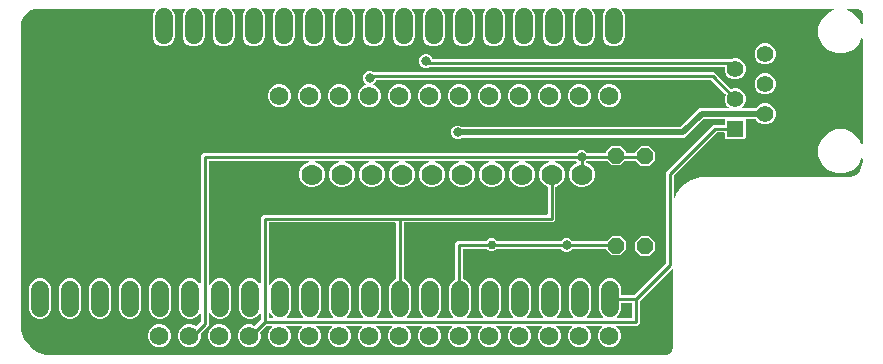
<source format=gbr>
G04 EAGLE Gerber RS-274X export*
G75*
%MOMM*%
%FSLAX34Y34*%
%LPD*%
%INTop Copper*%
%IPPOS*%
%AMOC8*
5,1,8,0,0,1.08239X$1,22.5*%
G01*
%ADD10C,1.574800*%
%ADD11C,1.778000*%
%ADD12P,1.429621X8X292.500000*%
%ADD13C,1.524000*%
%ADD14C,1.408000*%
%ADD15R,1.408000X1.408000*%
%ADD16C,0.254000*%
%ADD17C,0.800100*%
%ADD18C,0.756400*%
%ADD19C,0.508000*%

G36*
X584226Y231907D02*
X584226Y231907D01*
X584275Y231906D01*
X585650Y232042D01*
X585677Y232049D01*
X585705Y232049D01*
X585866Y232096D01*
X588407Y233149D01*
X588463Y233183D01*
X588523Y233209D01*
X588588Y233261D01*
X588616Y233278D01*
X588629Y233293D01*
X588654Y233314D01*
X590599Y235258D01*
X590637Y235311D01*
X590683Y235358D01*
X590723Y235431D01*
X590742Y235458D01*
X590748Y235477D01*
X590764Y235505D01*
X591816Y238046D01*
X591823Y238074D01*
X591836Y238099D01*
X591871Y238263D01*
X592006Y239638D01*
X592004Y239664D01*
X592010Y239712D01*
X592010Y304514D01*
X591998Y304584D01*
X591996Y304656D01*
X591978Y304705D01*
X591970Y304756D01*
X591936Y304820D01*
X591912Y304887D01*
X591879Y304928D01*
X591855Y304974D01*
X591803Y305023D01*
X591758Y305079D01*
X591714Y305107D01*
X591677Y305143D01*
X591612Y305173D01*
X591551Y305212D01*
X591501Y305225D01*
X591454Y305247D01*
X591382Y305255D01*
X591313Y305272D01*
X591261Y305268D01*
X591209Y305274D01*
X591139Y305259D01*
X591068Y305253D01*
X591020Y305233D01*
X590969Y305222D01*
X590907Y305185D01*
X590841Y305157D01*
X590785Y305112D01*
X590758Y305095D01*
X590742Y305078D01*
X590710Y305052D01*
X563913Y278255D01*
X563860Y278181D01*
X563801Y278112D01*
X563788Y278081D01*
X563770Y278055D01*
X563743Y277968D01*
X563709Y277883D01*
X563704Y277842D01*
X563697Y277820D01*
X563698Y277788D01*
X563690Y277717D01*
X563690Y258982D01*
X561756Y257047D01*
X544568Y257047D01*
X544497Y257036D01*
X544426Y257034D01*
X544377Y257016D01*
X544325Y257008D01*
X544262Y256974D01*
X544195Y256949D01*
X544154Y256917D01*
X544108Y256892D01*
X544058Y256840D01*
X544002Y256796D01*
X543974Y256752D01*
X543938Y256714D01*
X543908Y256649D01*
X543869Y256589D01*
X543857Y256538D01*
X543835Y256491D01*
X543827Y256420D01*
X543809Y256350D01*
X543813Y256298D01*
X543808Y256247D01*
X543823Y256176D01*
X543829Y256105D01*
X543849Y256057D01*
X543860Y256006D01*
X543897Y255945D01*
X543925Y255879D01*
X543970Y255823D01*
X543986Y255795D01*
X544004Y255780D01*
X544007Y255776D01*
X544009Y255772D01*
X544012Y255769D01*
X544030Y255748D01*
X545959Y253818D01*
X547429Y250271D01*
X547429Y246430D01*
X545959Y242883D01*
X543244Y240167D01*
X539696Y238698D01*
X535856Y238698D01*
X532308Y240167D01*
X529593Y242883D01*
X528123Y246430D01*
X528123Y250271D01*
X529593Y253818D01*
X531522Y255748D01*
X531564Y255806D01*
X531613Y255858D01*
X531635Y255905D01*
X531666Y255947D01*
X531687Y256016D01*
X531717Y256081D01*
X531723Y256133D01*
X531738Y256183D01*
X531736Y256254D01*
X531744Y256325D01*
X531733Y256376D01*
X531732Y256428D01*
X531707Y256496D01*
X531692Y256566D01*
X531665Y256611D01*
X531647Y256659D01*
X531602Y256715D01*
X531566Y256777D01*
X531526Y256811D01*
X531494Y256851D01*
X531433Y256890D01*
X531379Y256937D01*
X531330Y256956D01*
X531287Y256984D01*
X531217Y257002D01*
X531151Y257029D01*
X531079Y257037D01*
X531048Y257045D01*
X531025Y257043D01*
X530984Y257047D01*
X519168Y257047D01*
X519097Y257036D01*
X519026Y257034D01*
X518977Y257016D01*
X518925Y257008D01*
X518862Y256974D01*
X518795Y256949D01*
X518754Y256917D01*
X518708Y256892D01*
X518658Y256840D01*
X518602Y256796D01*
X518574Y256752D01*
X518538Y256714D01*
X518508Y256649D01*
X518469Y256589D01*
X518457Y256538D01*
X518435Y256491D01*
X518427Y256420D01*
X518409Y256350D01*
X518413Y256298D01*
X518408Y256247D01*
X518423Y256176D01*
X518429Y256105D01*
X518449Y256057D01*
X518460Y256006D01*
X518497Y255945D01*
X518525Y255879D01*
X518570Y255823D01*
X518586Y255795D01*
X518604Y255780D01*
X518607Y255776D01*
X518609Y255772D01*
X518612Y255769D01*
X518630Y255748D01*
X520559Y253818D01*
X522029Y250271D01*
X522029Y246430D01*
X520559Y242883D01*
X517844Y240167D01*
X514296Y238698D01*
X510456Y238698D01*
X506908Y240167D01*
X504193Y242883D01*
X502723Y246430D01*
X502723Y250271D01*
X504193Y253818D01*
X506122Y255748D01*
X506164Y255806D01*
X506213Y255858D01*
X506235Y255905D01*
X506266Y255947D01*
X506287Y256016D01*
X506317Y256081D01*
X506323Y256133D01*
X506338Y256183D01*
X506336Y256254D01*
X506344Y256325D01*
X506333Y256376D01*
X506332Y256428D01*
X506307Y256496D01*
X506292Y256566D01*
X506265Y256611D01*
X506247Y256659D01*
X506202Y256715D01*
X506166Y256777D01*
X506126Y256811D01*
X506094Y256851D01*
X506033Y256890D01*
X505979Y256937D01*
X505930Y256956D01*
X505887Y256984D01*
X505817Y257002D01*
X505751Y257029D01*
X505679Y257037D01*
X505648Y257045D01*
X505625Y257043D01*
X505584Y257047D01*
X493768Y257047D01*
X493697Y257036D01*
X493626Y257034D01*
X493577Y257016D01*
X493525Y257008D01*
X493462Y256974D01*
X493395Y256949D01*
X493354Y256917D01*
X493308Y256892D01*
X493258Y256840D01*
X493202Y256796D01*
X493174Y256752D01*
X493138Y256714D01*
X493108Y256649D01*
X493069Y256589D01*
X493057Y256538D01*
X493035Y256491D01*
X493027Y256420D01*
X493009Y256350D01*
X493013Y256298D01*
X493008Y256247D01*
X493023Y256176D01*
X493029Y256105D01*
X493049Y256057D01*
X493060Y256006D01*
X493097Y255945D01*
X493125Y255879D01*
X493170Y255823D01*
X493186Y255795D01*
X493204Y255780D01*
X493207Y255776D01*
X493209Y255772D01*
X493212Y255769D01*
X493230Y255748D01*
X495159Y253818D01*
X496629Y250271D01*
X496629Y246430D01*
X495159Y242883D01*
X492444Y240167D01*
X488896Y238698D01*
X485056Y238698D01*
X481508Y240167D01*
X478793Y242883D01*
X477323Y246430D01*
X477323Y250271D01*
X478793Y253818D01*
X480722Y255748D01*
X480764Y255806D01*
X480813Y255858D01*
X480835Y255905D01*
X480866Y255947D01*
X480887Y256016D01*
X480917Y256081D01*
X480923Y256133D01*
X480938Y256183D01*
X480936Y256254D01*
X480944Y256325D01*
X480933Y256376D01*
X480932Y256428D01*
X480907Y256496D01*
X480892Y256566D01*
X480865Y256611D01*
X480847Y256659D01*
X480802Y256715D01*
X480766Y256777D01*
X480726Y256811D01*
X480694Y256851D01*
X480633Y256890D01*
X480579Y256937D01*
X480530Y256956D01*
X480487Y256984D01*
X480417Y257002D01*
X480351Y257029D01*
X480279Y257037D01*
X480248Y257045D01*
X480225Y257043D01*
X480184Y257047D01*
X468368Y257047D01*
X468297Y257036D01*
X468226Y257034D01*
X468177Y257016D01*
X468125Y257008D01*
X468062Y256974D01*
X467995Y256949D01*
X467954Y256917D01*
X467908Y256892D01*
X467858Y256840D01*
X467802Y256796D01*
X467774Y256752D01*
X467738Y256714D01*
X467708Y256649D01*
X467669Y256589D01*
X467657Y256538D01*
X467635Y256491D01*
X467627Y256420D01*
X467609Y256350D01*
X467613Y256298D01*
X467608Y256247D01*
X467623Y256176D01*
X467629Y256105D01*
X467649Y256057D01*
X467660Y256006D01*
X467697Y255945D01*
X467725Y255879D01*
X467770Y255823D01*
X467786Y255795D01*
X467804Y255780D01*
X467807Y255776D01*
X467809Y255772D01*
X467812Y255769D01*
X467830Y255748D01*
X469759Y253818D01*
X471229Y250271D01*
X471229Y246430D01*
X469759Y242883D01*
X467044Y240167D01*
X463496Y238698D01*
X459656Y238698D01*
X456108Y240167D01*
X453393Y242883D01*
X451923Y246430D01*
X451923Y250271D01*
X453393Y253818D01*
X455322Y255748D01*
X455364Y255806D01*
X455413Y255858D01*
X455435Y255905D01*
X455466Y255947D01*
X455487Y256016D01*
X455517Y256081D01*
X455523Y256133D01*
X455538Y256183D01*
X455536Y256254D01*
X455544Y256325D01*
X455533Y256376D01*
X455532Y256428D01*
X455507Y256496D01*
X455492Y256566D01*
X455465Y256611D01*
X455447Y256659D01*
X455402Y256715D01*
X455366Y256777D01*
X455326Y256811D01*
X455294Y256851D01*
X455233Y256890D01*
X455179Y256937D01*
X455130Y256956D01*
X455087Y256984D01*
X455017Y257002D01*
X454951Y257029D01*
X454879Y257037D01*
X454848Y257045D01*
X454825Y257043D01*
X454784Y257047D01*
X442968Y257047D01*
X442897Y257036D01*
X442826Y257034D01*
X442777Y257016D01*
X442725Y257008D01*
X442662Y256974D01*
X442595Y256949D01*
X442554Y256917D01*
X442508Y256892D01*
X442458Y256840D01*
X442402Y256796D01*
X442374Y256752D01*
X442338Y256714D01*
X442308Y256649D01*
X442269Y256589D01*
X442257Y256538D01*
X442235Y256491D01*
X442227Y256420D01*
X442209Y256350D01*
X442213Y256298D01*
X442208Y256247D01*
X442223Y256176D01*
X442229Y256105D01*
X442249Y256057D01*
X442260Y256006D01*
X442297Y255945D01*
X442325Y255879D01*
X442370Y255823D01*
X442386Y255795D01*
X442404Y255780D01*
X442407Y255776D01*
X442409Y255772D01*
X442412Y255769D01*
X442430Y255748D01*
X444359Y253818D01*
X445829Y250271D01*
X445829Y246430D01*
X444359Y242883D01*
X441644Y240167D01*
X438096Y238698D01*
X434256Y238698D01*
X430708Y240167D01*
X427993Y242883D01*
X426523Y246430D01*
X426523Y250271D01*
X427993Y253818D01*
X429922Y255748D01*
X429964Y255806D01*
X430013Y255858D01*
X430035Y255905D01*
X430066Y255947D01*
X430087Y256016D01*
X430117Y256081D01*
X430123Y256133D01*
X430138Y256183D01*
X430136Y256254D01*
X430144Y256325D01*
X430133Y256376D01*
X430132Y256428D01*
X430107Y256496D01*
X430092Y256566D01*
X430065Y256611D01*
X430047Y256659D01*
X430002Y256715D01*
X429966Y256777D01*
X429926Y256811D01*
X429894Y256851D01*
X429833Y256890D01*
X429779Y256937D01*
X429730Y256956D01*
X429687Y256984D01*
X429617Y257002D01*
X429551Y257029D01*
X429479Y257037D01*
X429448Y257045D01*
X429425Y257043D01*
X429384Y257047D01*
X417568Y257047D01*
X417497Y257036D01*
X417426Y257034D01*
X417377Y257016D01*
X417325Y257008D01*
X417262Y256974D01*
X417195Y256949D01*
X417154Y256917D01*
X417108Y256892D01*
X417058Y256840D01*
X417002Y256796D01*
X416974Y256752D01*
X416938Y256714D01*
X416908Y256649D01*
X416869Y256589D01*
X416857Y256538D01*
X416835Y256491D01*
X416827Y256420D01*
X416809Y256350D01*
X416813Y256298D01*
X416808Y256247D01*
X416823Y256176D01*
X416829Y256105D01*
X416849Y256057D01*
X416860Y256006D01*
X416897Y255945D01*
X416925Y255879D01*
X416970Y255823D01*
X416986Y255795D01*
X417004Y255780D01*
X417007Y255776D01*
X417009Y255772D01*
X417012Y255769D01*
X417030Y255748D01*
X418959Y253818D01*
X420429Y250271D01*
X420429Y246430D01*
X418959Y242883D01*
X416244Y240167D01*
X412696Y238698D01*
X408856Y238698D01*
X405308Y240167D01*
X402593Y242883D01*
X401123Y246430D01*
X401123Y250271D01*
X402593Y253818D01*
X404522Y255748D01*
X404564Y255806D01*
X404613Y255858D01*
X404635Y255905D01*
X404666Y255947D01*
X404687Y256016D01*
X404717Y256081D01*
X404723Y256133D01*
X404738Y256183D01*
X404736Y256254D01*
X404744Y256325D01*
X404733Y256376D01*
X404732Y256428D01*
X404707Y256496D01*
X404692Y256566D01*
X404665Y256611D01*
X404647Y256659D01*
X404602Y256715D01*
X404566Y256777D01*
X404526Y256811D01*
X404494Y256851D01*
X404433Y256890D01*
X404379Y256937D01*
X404330Y256956D01*
X404287Y256984D01*
X404217Y257002D01*
X404151Y257029D01*
X404079Y257037D01*
X404048Y257045D01*
X404025Y257043D01*
X403984Y257047D01*
X392168Y257047D01*
X392097Y257036D01*
X392026Y257034D01*
X391977Y257016D01*
X391925Y257008D01*
X391862Y256974D01*
X391795Y256949D01*
X391754Y256917D01*
X391708Y256892D01*
X391658Y256840D01*
X391602Y256796D01*
X391574Y256752D01*
X391538Y256714D01*
X391508Y256649D01*
X391469Y256589D01*
X391457Y256538D01*
X391435Y256491D01*
X391427Y256420D01*
X391409Y256350D01*
X391413Y256298D01*
X391408Y256247D01*
X391423Y256176D01*
X391429Y256105D01*
X391449Y256057D01*
X391460Y256006D01*
X391497Y255945D01*
X391525Y255879D01*
X391570Y255823D01*
X391586Y255795D01*
X391604Y255780D01*
X391607Y255776D01*
X391609Y255772D01*
X391612Y255769D01*
X391630Y255748D01*
X393559Y253818D01*
X395029Y250271D01*
X395029Y246430D01*
X393559Y242883D01*
X390844Y240167D01*
X387296Y238698D01*
X383456Y238698D01*
X379908Y240167D01*
X377193Y242883D01*
X375723Y246430D01*
X375723Y250271D01*
X377193Y253818D01*
X379122Y255748D01*
X379164Y255806D01*
X379213Y255858D01*
X379235Y255905D01*
X379266Y255947D01*
X379287Y256016D01*
X379317Y256081D01*
X379323Y256133D01*
X379338Y256183D01*
X379336Y256254D01*
X379344Y256325D01*
X379333Y256376D01*
X379332Y256428D01*
X379307Y256496D01*
X379292Y256566D01*
X379265Y256611D01*
X379247Y256659D01*
X379202Y256715D01*
X379166Y256777D01*
X379126Y256811D01*
X379094Y256851D01*
X379033Y256890D01*
X378979Y256937D01*
X378930Y256956D01*
X378887Y256984D01*
X378817Y257002D01*
X378751Y257029D01*
X378679Y257037D01*
X378648Y257045D01*
X378625Y257043D01*
X378584Y257047D01*
X366768Y257047D01*
X366697Y257036D01*
X366626Y257034D01*
X366577Y257016D01*
X366525Y257008D01*
X366462Y256974D01*
X366395Y256949D01*
X366354Y256917D01*
X366308Y256892D01*
X366258Y256840D01*
X366202Y256796D01*
X366174Y256752D01*
X366138Y256714D01*
X366108Y256649D01*
X366069Y256589D01*
X366057Y256538D01*
X366035Y256491D01*
X366027Y256420D01*
X366009Y256350D01*
X366013Y256298D01*
X366008Y256247D01*
X366023Y256176D01*
X366029Y256105D01*
X366049Y256057D01*
X366060Y256006D01*
X366097Y255945D01*
X366125Y255879D01*
X366170Y255823D01*
X366186Y255795D01*
X366204Y255780D01*
X366207Y255776D01*
X366209Y255772D01*
X366212Y255769D01*
X366230Y255748D01*
X368159Y253818D01*
X369629Y250271D01*
X369629Y246430D01*
X368159Y242883D01*
X365444Y240167D01*
X361896Y238698D01*
X358056Y238698D01*
X354508Y240167D01*
X351793Y242883D01*
X350323Y246430D01*
X350323Y250271D01*
X351793Y253818D01*
X353722Y255748D01*
X353764Y255806D01*
X353813Y255858D01*
X353835Y255905D01*
X353866Y255947D01*
X353887Y256016D01*
X353917Y256081D01*
X353923Y256133D01*
X353938Y256183D01*
X353936Y256254D01*
X353944Y256325D01*
X353933Y256376D01*
X353932Y256428D01*
X353907Y256496D01*
X353892Y256566D01*
X353865Y256611D01*
X353847Y256659D01*
X353802Y256715D01*
X353766Y256777D01*
X353726Y256811D01*
X353694Y256851D01*
X353633Y256890D01*
X353579Y256937D01*
X353530Y256956D01*
X353487Y256984D01*
X353417Y257002D01*
X353351Y257029D01*
X353279Y257037D01*
X353248Y257045D01*
X353225Y257043D01*
X353184Y257047D01*
X341368Y257047D01*
X341297Y257036D01*
X341226Y257034D01*
X341177Y257016D01*
X341125Y257008D01*
X341062Y256974D01*
X340995Y256949D01*
X340954Y256917D01*
X340908Y256892D01*
X340858Y256840D01*
X340802Y256796D01*
X340774Y256752D01*
X340738Y256714D01*
X340708Y256649D01*
X340669Y256589D01*
X340657Y256538D01*
X340635Y256491D01*
X340627Y256420D01*
X340609Y256350D01*
X340613Y256298D01*
X340608Y256247D01*
X340623Y256176D01*
X340629Y256105D01*
X340649Y256057D01*
X340660Y256006D01*
X340697Y255945D01*
X340725Y255879D01*
X340770Y255823D01*
X340786Y255795D01*
X340804Y255780D01*
X340807Y255776D01*
X340809Y255772D01*
X340812Y255769D01*
X340830Y255748D01*
X342759Y253818D01*
X344229Y250271D01*
X344229Y246430D01*
X342759Y242883D01*
X340044Y240167D01*
X336496Y238698D01*
X332656Y238698D01*
X329108Y240167D01*
X326393Y242883D01*
X324923Y246430D01*
X324923Y250271D01*
X326393Y253818D01*
X328322Y255748D01*
X328364Y255806D01*
X328413Y255858D01*
X328435Y255905D01*
X328466Y255947D01*
X328487Y256016D01*
X328517Y256081D01*
X328523Y256133D01*
X328538Y256183D01*
X328536Y256254D01*
X328544Y256325D01*
X328533Y256376D01*
X328532Y256428D01*
X328507Y256496D01*
X328492Y256566D01*
X328465Y256611D01*
X328447Y256659D01*
X328402Y256715D01*
X328366Y256777D01*
X328326Y256811D01*
X328294Y256851D01*
X328233Y256890D01*
X328179Y256937D01*
X328130Y256956D01*
X328087Y256984D01*
X328017Y257002D01*
X327951Y257029D01*
X327879Y257037D01*
X327848Y257045D01*
X327825Y257043D01*
X327784Y257047D01*
X315968Y257047D01*
X315897Y257036D01*
X315826Y257034D01*
X315777Y257016D01*
X315725Y257008D01*
X315662Y256974D01*
X315595Y256949D01*
X315554Y256917D01*
X315508Y256892D01*
X315458Y256840D01*
X315402Y256796D01*
X315374Y256752D01*
X315338Y256714D01*
X315308Y256649D01*
X315269Y256589D01*
X315257Y256538D01*
X315235Y256491D01*
X315227Y256420D01*
X315209Y256350D01*
X315213Y256298D01*
X315208Y256247D01*
X315223Y256176D01*
X315229Y256105D01*
X315249Y256057D01*
X315260Y256006D01*
X315297Y255945D01*
X315325Y255879D01*
X315370Y255823D01*
X315386Y255795D01*
X315404Y255780D01*
X315407Y255776D01*
X315409Y255772D01*
X315412Y255769D01*
X315430Y255748D01*
X317359Y253818D01*
X318829Y250271D01*
X318829Y246430D01*
X317359Y242883D01*
X314644Y240167D01*
X311096Y238698D01*
X307256Y238698D01*
X303708Y240167D01*
X300993Y242883D01*
X299523Y246430D01*
X299523Y250271D01*
X300993Y253818D01*
X302922Y255748D01*
X302964Y255806D01*
X303013Y255858D01*
X303035Y255905D01*
X303066Y255947D01*
X303087Y256016D01*
X303117Y256081D01*
X303123Y256133D01*
X303138Y256183D01*
X303136Y256254D01*
X303144Y256325D01*
X303133Y256376D01*
X303132Y256428D01*
X303107Y256496D01*
X303092Y256566D01*
X303065Y256611D01*
X303047Y256659D01*
X303002Y256715D01*
X302966Y256777D01*
X302926Y256811D01*
X302894Y256851D01*
X302833Y256890D01*
X302779Y256937D01*
X302730Y256956D01*
X302687Y256984D01*
X302617Y257002D01*
X302551Y257029D01*
X302479Y257037D01*
X302448Y257045D01*
X302425Y257043D01*
X302384Y257047D01*
X290568Y257047D01*
X290497Y257036D01*
X290426Y257034D01*
X290377Y257016D01*
X290325Y257008D01*
X290262Y256974D01*
X290195Y256949D01*
X290154Y256917D01*
X290108Y256892D01*
X290058Y256840D01*
X290002Y256796D01*
X289974Y256752D01*
X289938Y256714D01*
X289908Y256649D01*
X289869Y256589D01*
X289857Y256538D01*
X289835Y256491D01*
X289827Y256420D01*
X289809Y256350D01*
X289813Y256298D01*
X289808Y256247D01*
X289823Y256176D01*
X289829Y256105D01*
X289849Y256057D01*
X289860Y256006D01*
X289897Y255945D01*
X289925Y255879D01*
X289970Y255823D01*
X289986Y255795D01*
X290004Y255780D01*
X290007Y255776D01*
X290009Y255772D01*
X290012Y255769D01*
X290030Y255748D01*
X291959Y253818D01*
X293429Y250271D01*
X293429Y246430D01*
X291959Y242883D01*
X289244Y240167D01*
X285696Y238698D01*
X281856Y238698D01*
X278308Y240167D01*
X275593Y242883D01*
X274123Y246430D01*
X274123Y250271D01*
X275593Y253818D01*
X277522Y255748D01*
X277564Y255806D01*
X277613Y255858D01*
X277635Y255905D01*
X277666Y255947D01*
X277687Y256016D01*
X277717Y256081D01*
X277723Y256133D01*
X277738Y256183D01*
X277736Y256254D01*
X277744Y256325D01*
X277733Y256376D01*
X277732Y256428D01*
X277707Y256496D01*
X277692Y256566D01*
X277665Y256611D01*
X277647Y256659D01*
X277602Y256715D01*
X277566Y256777D01*
X277526Y256811D01*
X277494Y256851D01*
X277433Y256890D01*
X277379Y256937D01*
X277330Y256956D01*
X277287Y256984D01*
X277217Y257002D01*
X277151Y257029D01*
X277079Y257037D01*
X277048Y257045D01*
X277025Y257043D01*
X276984Y257047D01*
X265168Y257047D01*
X265097Y257036D01*
X265026Y257034D01*
X264977Y257016D01*
X264925Y257008D01*
X264862Y256974D01*
X264795Y256949D01*
X264754Y256917D01*
X264708Y256892D01*
X264658Y256840D01*
X264602Y256796D01*
X264574Y256752D01*
X264538Y256714D01*
X264508Y256649D01*
X264469Y256589D01*
X264457Y256538D01*
X264435Y256491D01*
X264427Y256420D01*
X264409Y256350D01*
X264413Y256298D01*
X264408Y256247D01*
X264423Y256176D01*
X264429Y256105D01*
X264449Y256057D01*
X264460Y256006D01*
X264497Y255945D01*
X264525Y255879D01*
X264570Y255823D01*
X264586Y255795D01*
X264604Y255780D01*
X264607Y255776D01*
X264609Y255772D01*
X264612Y255769D01*
X264630Y255748D01*
X266559Y253818D01*
X268029Y250271D01*
X268029Y246430D01*
X266559Y242883D01*
X263844Y240167D01*
X260296Y238698D01*
X256456Y238698D01*
X252908Y240167D01*
X250193Y242883D01*
X248723Y246430D01*
X248723Y250271D01*
X250193Y253818D01*
X252122Y255748D01*
X252164Y255806D01*
X252213Y255858D01*
X252235Y255905D01*
X252266Y255947D01*
X252287Y256016D01*
X252317Y256081D01*
X252323Y256133D01*
X252338Y256183D01*
X252336Y256254D01*
X252344Y256325D01*
X252333Y256376D01*
X252332Y256428D01*
X252307Y256496D01*
X252292Y256566D01*
X252265Y256611D01*
X252247Y256659D01*
X252202Y256715D01*
X252166Y256777D01*
X252126Y256811D01*
X252094Y256851D01*
X252033Y256890D01*
X251979Y256937D01*
X251930Y256956D01*
X251887Y256984D01*
X251817Y257002D01*
X251751Y257029D01*
X251679Y257037D01*
X251648Y257045D01*
X251625Y257043D01*
X251584Y257047D01*
X247746Y257047D01*
X247656Y257033D01*
X247565Y257025D01*
X247535Y257013D01*
X247503Y257008D01*
X247422Y256965D01*
X247339Y256929D01*
X247306Y256903D01*
X247286Y256892D01*
X247265Y256870D01*
X247262Y256869D01*
X247259Y256865D01*
X247208Y256824D01*
X242410Y252027D01*
X242342Y251932D01*
X242272Y251838D01*
X242270Y251832D01*
X242266Y251827D01*
X242232Y251715D01*
X242196Y251604D01*
X242196Y251598D01*
X242194Y251592D01*
X242197Y251475D01*
X242198Y251358D01*
X242200Y251351D01*
X242200Y251346D01*
X242207Y251328D01*
X242245Y251197D01*
X242629Y250271D01*
X242629Y246430D01*
X241159Y242883D01*
X238444Y240167D01*
X234896Y238698D01*
X231056Y238698D01*
X227508Y240167D01*
X224793Y242883D01*
X223323Y246430D01*
X223323Y250271D01*
X224793Y253818D01*
X227508Y256534D01*
X231056Y258003D01*
X234896Y258003D01*
X237360Y256983D01*
X237473Y256956D01*
X237587Y256927D01*
X237593Y256928D01*
X237599Y256926D01*
X237716Y256937D01*
X237832Y256947D01*
X237838Y256949D01*
X237844Y256950D01*
X237952Y256997D01*
X238058Y257043D01*
X238064Y257048D01*
X238069Y257050D01*
X238083Y257062D01*
X238189Y257148D01*
X242537Y261495D01*
X242590Y261569D01*
X242649Y261638D01*
X242661Y261669D01*
X242680Y261695D01*
X242707Y261782D01*
X242741Y261867D01*
X242746Y261908D01*
X242753Y261930D01*
X242752Y261962D01*
X242760Y262033D01*
X242760Y266352D01*
X242748Y266423D01*
X242746Y266494D01*
X242728Y266543D01*
X242720Y266595D01*
X242686Y266658D01*
X242662Y266725D01*
X242629Y266766D01*
X242605Y266812D01*
X242553Y266861D01*
X242508Y266917D01*
X242464Y266946D01*
X242427Y266981D01*
X242362Y267012D01*
X242301Y267050D01*
X242251Y267063D01*
X242204Y267085D01*
X242132Y267093D01*
X242063Y267110D01*
X242011Y267106D01*
X241959Y267112D01*
X241889Y267097D01*
X241818Y267091D01*
X241770Y267071D01*
X241719Y267060D01*
X241657Y267023D01*
X241591Y266995D01*
X241535Y266950D01*
X241508Y266934D01*
X241492Y266916D01*
X241460Y266890D01*
X238972Y264402D01*
X235518Y262972D01*
X231779Y262972D01*
X228325Y264402D01*
X225681Y267046D01*
X224250Y270501D01*
X224250Y289480D01*
X225681Y292934D01*
X228325Y295578D01*
X231779Y297009D01*
X235518Y297009D01*
X238972Y295578D01*
X241460Y293090D01*
X241518Y293049D01*
X241570Y292999D01*
X241618Y292977D01*
X241660Y292947D01*
X241728Y292926D01*
X241794Y292896D01*
X241845Y292890D01*
X241895Y292874D01*
X241967Y292876D01*
X242038Y292868D01*
X242089Y292879D01*
X242141Y292881D01*
X242208Y292905D01*
X242278Y292921D01*
X242323Y292947D01*
X242372Y292965D01*
X242428Y293010D01*
X242489Y293047D01*
X242523Y293086D01*
X242564Y293119D01*
X242603Y293179D01*
X242649Y293234D01*
X242669Y293282D01*
X242697Y293326D01*
X242714Y293395D01*
X242741Y293462D01*
X242749Y293533D01*
X242757Y293564D01*
X242755Y293588D01*
X242760Y293629D01*
X242760Y349031D01*
X244694Y350965D01*
X484886Y350965D01*
X484906Y350968D01*
X484925Y350966D01*
X485027Y350988D01*
X485129Y351005D01*
X485146Y351014D01*
X485166Y351019D01*
X485255Y351072D01*
X485346Y351120D01*
X485360Y351134D01*
X485377Y351145D01*
X485444Y351223D01*
X485516Y351298D01*
X485524Y351316D01*
X485537Y351332D01*
X485576Y351428D01*
X485619Y351521D01*
X485621Y351541D01*
X485629Y351560D01*
X485647Y351726D01*
X485647Y374399D01*
X485628Y374513D01*
X485611Y374629D01*
X485609Y374635D01*
X485608Y374641D01*
X485553Y374744D01*
X485500Y374849D01*
X485495Y374853D01*
X485492Y374859D01*
X485408Y374938D01*
X485324Y375021D01*
X485318Y375025D01*
X485314Y375028D01*
X485297Y375036D01*
X485177Y375102D01*
X483265Y375894D01*
X480264Y378895D01*
X478639Y382816D01*
X478639Y387061D01*
X480264Y390982D01*
X483265Y393983D01*
X486403Y395283D01*
X486486Y395334D01*
X486571Y395380D01*
X486589Y395398D01*
X486612Y395412D01*
X486674Y395488D01*
X486741Y395558D01*
X486752Y395582D01*
X486768Y395602D01*
X486803Y395693D01*
X486844Y395781D01*
X486847Y395807D01*
X486857Y395831D01*
X486861Y395929D01*
X486871Y396025D01*
X486866Y396051D01*
X486867Y396077D01*
X486840Y396171D01*
X486819Y396266D01*
X486806Y396288D01*
X486798Y396313D01*
X486743Y396393D01*
X486693Y396477D01*
X486673Y396494D01*
X486658Y396515D01*
X486580Y396574D01*
X486506Y396637D01*
X486482Y396647D01*
X486461Y396662D01*
X486368Y396692D01*
X486278Y396729D01*
X486245Y396732D01*
X486227Y396738D01*
X486194Y396738D01*
X486111Y396747D01*
X467105Y396747D01*
X467009Y396732D01*
X466912Y396722D01*
X466888Y396712D01*
X466862Y396708D01*
X466776Y396662D01*
X466687Y396622D01*
X466668Y396605D01*
X466645Y396592D01*
X466578Y396522D01*
X466506Y396456D01*
X466494Y396433D01*
X466476Y396414D01*
X466435Y396326D01*
X466388Y396240D01*
X466383Y396215D01*
X466372Y396191D01*
X466361Y396094D01*
X466344Y395998D01*
X466348Y395972D01*
X466345Y395947D01*
X466366Y395851D01*
X466380Y395755D01*
X466392Y395732D01*
X466397Y395706D01*
X466447Y395623D01*
X466491Y395536D01*
X466510Y395517D01*
X466523Y395495D01*
X466597Y395432D01*
X466667Y395364D01*
X466695Y395348D01*
X466710Y395335D01*
X466741Y395323D01*
X466814Y395283D01*
X469952Y393983D01*
X472953Y390982D01*
X474577Y387061D01*
X474577Y382816D01*
X472953Y378895D01*
X469952Y375894D01*
X466030Y374270D01*
X461786Y374270D01*
X457865Y375894D01*
X454864Y378895D01*
X453239Y382816D01*
X453239Y387061D01*
X454864Y390982D01*
X457865Y393983D01*
X461003Y395283D01*
X461086Y395334D01*
X461171Y395380D01*
X461189Y395398D01*
X461212Y395412D01*
X461274Y395488D01*
X461341Y395558D01*
X461352Y395582D01*
X461368Y395602D01*
X461403Y395693D01*
X461444Y395781D01*
X461447Y395807D01*
X461457Y395831D01*
X461461Y395929D01*
X461471Y396025D01*
X461466Y396051D01*
X461467Y396077D01*
X461440Y396171D01*
X461419Y396266D01*
X461406Y396288D01*
X461398Y396313D01*
X461343Y396393D01*
X461293Y396477D01*
X461273Y396494D01*
X461258Y396515D01*
X461180Y396574D01*
X461106Y396637D01*
X461082Y396647D01*
X461061Y396662D01*
X460968Y396692D01*
X460878Y396729D01*
X460845Y396732D01*
X460827Y396738D01*
X460794Y396738D01*
X460711Y396747D01*
X441705Y396747D01*
X441609Y396732D01*
X441512Y396722D01*
X441488Y396712D01*
X441462Y396708D01*
X441376Y396662D01*
X441287Y396622D01*
X441268Y396605D01*
X441245Y396592D01*
X441178Y396522D01*
X441106Y396456D01*
X441094Y396433D01*
X441076Y396414D01*
X441035Y396326D01*
X440988Y396240D01*
X440983Y396215D01*
X440972Y396191D01*
X440961Y396094D01*
X440944Y395998D01*
X440948Y395972D01*
X440945Y395947D01*
X440966Y395851D01*
X440980Y395755D01*
X440992Y395732D01*
X440997Y395706D01*
X441047Y395623D01*
X441091Y395536D01*
X441110Y395517D01*
X441123Y395495D01*
X441197Y395432D01*
X441267Y395364D01*
X441295Y395348D01*
X441310Y395335D01*
X441341Y395323D01*
X441414Y395283D01*
X444552Y393983D01*
X447553Y390982D01*
X449177Y387061D01*
X449177Y382816D01*
X447553Y378895D01*
X444552Y375894D01*
X440630Y374270D01*
X436386Y374270D01*
X432465Y375894D01*
X429464Y378895D01*
X427839Y382816D01*
X427839Y387061D01*
X429464Y390982D01*
X432465Y393983D01*
X435603Y395283D01*
X435686Y395334D01*
X435771Y395380D01*
X435789Y395398D01*
X435812Y395412D01*
X435874Y395488D01*
X435941Y395558D01*
X435952Y395582D01*
X435968Y395602D01*
X436003Y395693D01*
X436044Y395781D01*
X436047Y395807D01*
X436057Y395831D01*
X436061Y395929D01*
X436071Y396025D01*
X436066Y396051D01*
X436067Y396077D01*
X436040Y396171D01*
X436019Y396266D01*
X436006Y396288D01*
X435998Y396313D01*
X435943Y396393D01*
X435893Y396477D01*
X435873Y396494D01*
X435858Y396515D01*
X435780Y396574D01*
X435706Y396637D01*
X435682Y396647D01*
X435661Y396662D01*
X435568Y396692D01*
X435478Y396729D01*
X435445Y396732D01*
X435427Y396738D01*
X435394Y396738D01*
X435311Y396747D01*
X416305Y396747D01*
X416209Y396732D01*
X416112Y396722D01*
X416088Y396712D01*
X416062Y396708D01*
X415976Y396662D01*
X415887Y396622D01*
X415868Y396605D01*
X415845Y396592D01*
X415778Y396522D01*
X415706Y396456D01*
X415694Y396433D01*
X415676Y396414D01*
X415635Y396326D01*
X415588Y396240D01*
X415583Y396215D01*
X415572Y396191D01*
X415561Y396094D01*
X415544Y395998D01*
X415548Y395972D01*
X415545Y395947D01*
X415566Y395851D01*
X415580Y395755D01*
X415592Y395732D01*
X415597Y395706D01*
X415647Y395623D01*
X415691Y395536D01*
X415710Y395517D01*
X415723Y395495D01*
X415797Y395432D01*
X415867Y395364D01*
X415895Y395348D01*
X415910Y395335D01*
X415941Y395323D01*
X416014Y395283D01*
X419152Y393983D01*
X422153Y390982D01*
X423777Y387061D01*
X423777Y382816D01*
X422153Y378895D01*
X419152Y375894D01*
X415230Y374270D01*
X410986Y374270D01*
X407065Y375894D01*
X404064Y378895D01*
X402439Y382816D01*
X402439Y387061D01*
X404064Y390982D01*
X407065Y393983D01*
X410203Y395283D01*
X410286Y395334D01*
X410371Y395380D01*
X410389Y395398D01*
X410412Y395412D01*
X410474Y395488D01*
X410541Y395558D01*
X410552Y395582D01*
X410568Y395602D01*
X410603Y395693D01*
X410644Y395781D01*
X410647Y395807D01*
X410657Y395831D01*
X410661Y395929D01*
X410671Y396025D01*
X410666Y396051D01*
X410667Y396077D01*
X410640Y396171D01*
X410619Y396266D01*
X410606Y396288D01*
X410598Y396313D01*
X410543Y396393D01*
X410493Y396477D01*
X410473Y396494D01*
X410458Y396515D01*
X410380Y396574D01*
X410306Y396637D01*
X410282Y396647D01*
X410261Y396662D01*
X410168Y396692D01*
X410078Y396729D01*
X410045Y396732D01*
X410027Y396738D01*
X409994Y396738D01*
X409911Y396747D01*
X390905Y396747D01*
X390809Y396732D01*
X390712Y396722D01*
X390688Y396712D01*
X390662Y396708D01*
X390576Y396662D01*
X390487Y396622D01*
X390468Y396605D01*
X390445Y396592D01*
X390378Y396522D01*
X390306Y396456D01*
X390294Y396433D01*
X390276Y396414D01*
X390235Y396326D01*
X390188Y396240D01*
X390183Y396215D01*
X390172Y396191D01*
X390161Y396094D01*
X390144Y395998D01*
X390148Y395972D01*
X390145Y395947D01*
X390166Y395851D01*
X390180Y395755D01*
X390192Y395732D01*
X390197Y395706D01*
X390247Y395623D01*
X390291Y395536D01*
X390310Y395517D01*
X390323Y395495D01*
X390397Y395432D01*
X390467Y395364D01*
X390495Y395348D01*
X390510Y395335D01*
X390541Y395323D01*
X390614Y395283D01*
X393752Y393983D01*
X396753Y390982D01*
X398377Y387061D01*
X398377Y382816D01*
X396753Y378895D01*
X393752Y375894D01*
X389830Y374270D01*
X385586Y374270D01*
X381665Y375894D01*
X378664Y378895D01*
X377039Y382816D01*
X377039Y387061D01*
X378664Y390982D01*
X381665Y393983D01*
X384803Y395283D01*
X384886Y395334D01*
X384971Y395380D01*
X384989Y395398D01*
X385012Y395412D01*
X385074Y395488D01*
X385141Y395558D01*
X385152Y395582D01*
X385168Y395602D01*
X385203Y395693D01*
X385244Y395781D01*
X385247Y395807D01*
X385257Y395831D01*
X385261Y395929D01*
X385271Y396025D01*
X385266Y396051D01*
X385267Y396077D01*
X385240Y396171D01*
X385219Y396266D01*
X385206Y396288D01*
X385198Y396313D01*
X385143Y396393D01*
X385093Y396477D01*
X385073Y396494D01*
X385058Y396515D01*
X384980Y396574D01*
X384906Y396637D01*
X384882Y396647D01*
X384861Y396662D01*
X384768Y396692D01*
X384678Y396729D01*
X384645Y396732D01*
X384627Y396738D01*
X384594Y396738D01*
X384511Y396747D01*
X365505Y396747D01*
X365409Y396732D01*
X365312Y396722D01*
X365288Y396712D01*
X365262Y396708D01*
X365176Y396662D01*
X365087Y396622D01*
X365068Y396605D01*
X365045Y396592D01*
X364978Y396522D01*
X364906Y396456D01*
X364894Y396433D01*
X364876Y396414D01*
X364835Y396326D01*
X364788Y396240D01*
X364783Y396215D01*
X364772Y396191D01*
X364761Y396094D01*
X364744Y395998D01*
X364748Y395972D01*
X364745Y395947D01*
X364766Y395851D01*
X364780Y395755D01*
X364792Y395732D01*
X364797Y395706D01*
X364847Y395623D01*
X364891Y395536D01*
X364910Y395517D01*
X364923Y395495D01*
X364997Y395432D01*
X365067Y395364D01*
X365095Y395348D01*
X365110Y395335D01*
X365141Y395323D01*
X365214Y395283D01*
X368352Y393983D01*
X371353Y390982D01*
X372977Y387061D01*
X372977Y382816D01*
X371353Y378895D01*
X368352Y375894D01*
X364430Y374270D01*
X360186Y374270D01*
X356265Y375894D01*
X353264Y378895D01*
X351639Y382816D01*
X351639Y387061D01*
X353264Y390982D01*
X356265Y393983D01*
X359403Y395283D01*
X359486Y395334D01*
X359571Y395380D01*
X359589Y395398D01*
X359612Y395412D01*
X359674Y395488D01*
X359741Y395558D01*
X359752Y395582D01*
X359768Y395602D01*
X359803Y395693D01*
X359844Y395781D01*
X359847Y395807D01*
X359857Y395831D01*
X359861Y395929D01*
X359871Y396025D01*
X359866Y396051D01*
X359867Y396077D01*
X359840Y396171D01*
X359819Y396266D01*
X359806Y396288D01*
X359798Y396313D01*
X359743Y396393D01*
X359693Y396477D01*
X359673Y396494D01*
X359658Y396515D01*
X359580Y396574D01*
X359506Y396637D01*
X359482Y396647D01*
X359461Y396662D01*
X359368Y396692D01*
X359278Y396729D01*
X359245Y396732D01*
X359227Y396738D01*
X359194Y396738D01*
X359111Y396747D01*
X340105Y396747D01*
X340009Y396732D01*
X339912Y396722D01*
X339888Y396712D01*
X339862Y396708D01*
X339776Y396662D01*
X339687Y396622D01*
X339668Y396605D01*
X339645Y396592D01*
X339578Y396522D01*
X339506Y396456D01*
X339494Y396433D01*
X339476Y396414D01*
X339435Y396326D01*
X339388Y396240D01*
X339383Y396215D01*
X339372Y396191D01*
X339361Y396094D01*
X339344Y395998D01*
X339348Y395972D01*
X339345Y395947D01*
X339366Y395851D01*
X339380Y395755D01*
X339392Y395732D01*
X339397Y395706D01*
X339447Y395623D01*
X339491Y395536D01*
X339510Y395517D01*
X339523Y395495D01*
X339597Y395432D01*
X339667Y395364D01*
X339695Y395348D01*
X339710Y395335D01*
X339741Y395323D01*
X339814Y395283D01*
X342952Y393983D01*
X345953Y390982D01*
X347577Y387061D01*
X347577Y382816D01*
X345953Y378895D01*
X342952Y375894D01*
X339030Y374270D01*
X334786Y374270D01*
X330865Y375894D01*
X327864Y378895D01*
X326239Y382816D01*
X326239Y387061D01*
X327864Y390982D01*
X330865Y393983D01*
X334003Y395283D01*
X334086Y395334D01*
X334171Y395380D01*
X334189Y395398D01*
X334212Y395412D01*
X334274Y395488D01*
X334341Y395558D01*
X334352Y395582D01*
X334368Y395602D01*
X334403Y395693D01*
X334444Y395781D01*
X334447Y395807D01*
X334457Y395831D01*
X334461Y395929D01*
X334471Y396025D01*
X334466Y396051D01*
X334467Y396077D01*
X334440Y396171D01*
X334419Y396266D01*
X334406Y396288D01*
X334398Y396313D01*
X334343Y396393D01*
X334293Y396477D01*
X334273Y396494D01*
X334258Y396515D01*
X334180Y396574D01*
X334106Y396637D01*
X334082Y396647D01*
X334061Y396662D01*
X333968Y396692D01*
X333878Y396729D01*
X333845Y396732D01*
X333827Y396738D01*
X333794Y396738D01*
X333711Y396747D01*
X314705Y396747D01*
X314609Y396732D01*
X314512Y396722D01*
X314488Y396712D01*
X314462Y396708D01*
X314376Y396662D01*
X314287Y396622D01*
X314268Y396605D01*
X314245Y396592D01*
X314178Y396522D01*
X314106Y396456D01*
X314094Y396433D01*
X314076Y396414D01*
X314035Y396326D01*
X313988Y396240D01*
X313983Y396215D01*
X313972Y396191D01*
X313961Y396094D01*
X313944Y395998D01*
X313948Y395972D01*
X313945Y395947D01*
X313966Y395851D01*
X313980Y395755D01*
X313992Y395732D01*
X313997Y395706D01*
X314047Y395623D01*
X314091Y395536D01*
X314110Y395517D01*
X314123Y395495D01*
X314197Y395432D01*
X314267Y395364D01*
X314295Y395348D01*
X314310Y395335D01*
X314341Y395323D01*
X314414Y395283D01*
X317552Y393983D01*
X320553Y390982D01*
X322177Y387061D01*
X322177Y382816D01*
X320553Y378895D01*
X317552Y375894D01*
X313630Y374270D01*
X309386Y374270D01*
X305465Y375894D01*
X302464Y378895D01*
X300839Y382816D01*
X300839Y387061D01*
X302464Y390982D01*
X305465Y393983D01*
X308603Y395283D01*
X308686Y395334D01*
X308771Y395380D01*
X308789Y395398D01*
X308812Y395412D01*
X308874Y395488D01*
X308941Y395558D01*
X308952Y395582D01*
X308968Y395602D01*
X309003Y395693D01*
X309044Y395781D01*
X309047Y395807D01*
X309057Y395831D01*
X309061Y395929D01*
X309071Y396025D01*
X309066Y396051D01*
X309067Y396077D01*
X309040Y396171D01*
X309019Y396266D01*
X309006Y396288D01*
X308998Y396313D01*
X308943Y396393D01*
X308893Y396477D01*
X308873Y396494D01*
X308858Y396515D01*
X308780Y396574D01*
X308706Y396637D01*
X308682Y396647D01*
X308661Y396662D01*
X308568Y396692D01*
X308478Y396729D01*
X308445Y396732D01*
X308427Y396738D01*
X308394Y396738D01*
X308311Y396747D01*
X289305Y396747D01*
X289209Y396732D01*
X289112Y396722D01*
X289088Y396712D01*
X289062Y396708D01*
X288976Y396662D01*
X288887Y396622D01*
X288868Y396605D01*
X288845Y396592D01*
X288778Y396522D01*
X288706Y396456D01*
X288694Y396433D01*
X288676Y396414D01*
X288635Y396326D01*
X288588Y396240D01*
X288583Y396215D01*
X288572Y396191D01*
X288561Y396094D01*
X288544Y395998D01*
X288548Y395972D01*
X288545Y395947D01*
X288566Y395851D01*
X288580Y395755D01*
X288592Y395732D01*
X288597Y395706D01*
X288647Y395623D01*
X288691Y395536D01*
X288710Y395517D01*
X288723Y395495D01*
X288797Y395432D01*
X288867Y395364D01*
X288895Y395348D01*
X288910Y395335D01*
X288941Y395323D01*
X289014Y395283D01*
X292152Y393983D01*
X295153Y390982D01*
X296777Y387061D01*
X296777Y382816D01*
X295153Y378895D01*
X292152Y375894D01*
X288230Y374270D01*
X283986Y374270D01*
X280065Y375894D01*
X277064Y378895D01*
X275439Y382816D01*
X275439Y387061D01*
X277064Y390982D01*
X280065Y393983D01*
X283203Y395283D01*
X283286Y395334D01*
X283371Y395380D01*
X283389Y395398D01*
X283412Y395412D01*
X283474Y395488D01*
X283541Y395558D01*
X283552Y395582D01*
X283568Y395602D01*
X283603Y395693D01*
X283644Y395781D01*
X283647Y395807D01*
X283657Y395831D01*
X283661Y395929D01*
X283671Y396025D01*
X283666Y396051D01*
X283667Y396077D01*
X283640Y396171D01*
X283619Y396266D01*
X283606Y396288D01*
X283598Y396313D01*
X283543Y396393D01*
X283493Y396477D01*
X283473Y396494D01*
X283458Y396515D01*
X283380Y396574D01*
X283306Y396637D01*
X283282Y396647D01*
X283261Y396662D01*
X283168Y396692D01*
X283078Y396729D01*
X283045Y396732D01*
X283027Y396738D01*
X282994Y396738D01*
X282911Y396747D01*
X199326Y396747D01*
X199307Y396744D01*
X199287Y396746D01*
X199186Y396724D01*
X199084Y396708D01*
X199066Y396698D01*
X199047Y396694D01*
X198958Y396641D01*
X198866Y396592D01*
X198853Y396578D01*
X198836Y396568D01*
X198768Y396489D01*
X198697Y396414D01*
X198689Y396396D01*
X198676Y396381D01*
X198637Y396285D01*
X198593Y396191D01*
X198591Y396171D01*
X198584Y396153D01*
X198565Y395986D01*
X198565Y292620D01*
X198581Y292524D01*
X198590Y292427D01*
X198601Y292403D01*
X198605Y292377D01*
X198650Y292291D01*
X198690Y292202D01*
X198708Y292183D01*
X198720Y292160D01*
X198791Y292093D01*
X198857Y292021D01*
X198879Y292008D01*
X198898Y291990D01*
X198987Y291949D01*
X199072Y291902D01*
X199098Y291898D01*
X199121Y291887D01*
X199218Y291876D01*
X199314Y291859D01*
X199340Y291863D01*
X199366Y291860D01*
X199461Y291880D01*
X199557Y291895D01*
X199581Y291906D01*
X199606Y291912D01*
X199690Y291962D01*
X199777Y292006D01*
X199795Y292025D01*
X199817Y292038D01*
X199881Y292112D01*
X199949Y292182D01*
X199965Y292210D01*
X199977Y292225D01*
X199990Y292256D01*
X200030Y292329D01*
X200281Y292934D01*
X202925Y295578D01*
X206379Y297009D01*
X210118Y297009D01*
X213572Y295578D01*
X216216Y292934D01*
X217647Y289480D01*
X217647Y270501D01*
X216216Y267046D01*
X213572Y264402D01*
X210118Y262972D01*
X206379Y262972D01*
X202925Y264402D01*
X200281Y267046D01*
X200030Y267652D01*
X199978Y267735D01*
X199933Y267821D01*
X199914Y267839D01*
X199900Y267861D01*
X199825Y267923D01*
X199755Y267990D01*
X199731Y268001D01*
X199711Y268018D01*
X199620Y268053D01*
X199531Y268094D01*
X199505Y268097D01*
X199481Y268106D01*
X199384Y268110D01*
X199287Y268121D01*
X199262Y268115D01*
X199235Y268116D01*
X199142Y268089D01*
X199047Y268069D01*
X199024Y268055D01*
X198999Y268048D01*
X198919Y267992D01*
X198836Y267942D01*
X198819Y267923D01*
X198797Y267908D01*
X198739Y267830D01*
X198676Y267756D01*
X198666Y267731D01*
X198650Y267710D01*
X198620Y267618D01*
X198584Y267527D01*
X198580Y267495D01*
X198574Y267476D01*
X198574Y267443D01*
X198565Y267361D01*
X198565Y257394D01*
X192052Y250881D01*
X191998Y250807D01*
X191939Y250737D01*
X191927Y250707D01*
X191908Y250681D01*
X191881Y250594D01*
X191847Y250509D01*
X191843Y250468D01*
X191836Y250446D01*
X191837Y250414D01*
X191829Y250343D01*
X191829Y246430D01*
X190359Y242883D01*
X187644Y240167D01*
X184096Y238698D01*
X180256Y238698D01*
X176708Y240167D01*
X173993Y242883D01*
X172523Y246430D01*
X172523Y250271D01*
X173993Y253818D01*
X176708Y256534D01*
X180256Y258003D01*
X184096Y258003D01*
X187682Y256518D01*
X187796Y256491D01*
X187909Y256462D01*
X187916Y256463D01*
X187922Y256462D01*
X188038Y256473D01*
X188155Y256482D01*
X188160Y256484D01*
X188167Y256485D01*
X188274Y256532D01*
X188381Y256578D01*
X188387Y256583D01*
X188391Y256585D01*
X188405Y256597D01*
X188512Y256683D01*
X191737Y259908D01*
X191790Y259982D01*
X191849Y260051D01*
X191861Y260081D01*
X191880Y260107D01*
X191907Y260194D01*
X191941Y260279D01*
X191946Y260320D01*
X191953Y260342D01*
X191952Y260375D01*
X191960Y260446D01*
X191960Y266352D01*
X191948Y266423D01*
X191946Y266494D01*
X191928Y266543D01*
X191920Y266595D01*
X191886Y266658D01*
X191862Y266725D01*
X191829Y266766D01*
X191805Y266812D01*
X191753Y266861D01*
X191708Y266917D01*
X191664Y266946D01*
X191627Y266981D01*
X191562Y267012D01*
X191501Y267050D01*
X191451Y267063D01*
X191404Y267085D01*
X191332Y267093D01*
X191263Y267110D01*
X191211Y267106D01*
X191159Y267112D01*
X191089Y267097D01*
X191018Y267091D01*
X190970Y267071D01*
X190919Y267060D01*
X190857Y267023D01*
X190791Y266995D01*
X190735Y266950D01*
X190708Y266934D01*
X190692Y266916D01*
X190660Y266890D01*
X188172Y264402D01*
X184718Y262972D01*
X180979Y262972D01*
X177525Y264402D01*
X174881Y267046D01*
X173450Y270501D01*
X173450Y289480D01*
X174881Y292934D01*
X177525Y295578D01*
X180979Y297009D01*
X184718Y297009D01*
X188172Y295578D01*
X190660Y293090D01*
X190718Y293049D01*
X190770Y292999D01*
X190818Y292977D01*
X190860Y292947D01*
X190928Y292926D01*
X190994Y292896D01*
X191045Y292890D01*
X191095Y292874D01*
X191167Y292876D01*
X191238Y292868D01*
X191289Y292879D01*
X191341Y292881D01*
X191408Y292905D01*
X191478Y292921D01*
X191523Y292947D01*
X191572Y292965D01*
X191628Y293010D01*
X191689Y293047D01*
X191723Y293086D01*
X191764Y293119D01*
X191803Y293179D01*
X191849Y293234D01*
X191869Y293282D01*
X191897Y293326D01*
X191914Y293395D01*
X191941Y293462D01*
X191949Y293533D01*
X191957Y293564D01*
X191955Y293588D01*
X191960Y293629D01*
X191960Y401418D01*
X193894Y403353D01*
X509164Y403353D01*
X509254Y403367D01*
X509345Y403375D01*
X509375Y403387D01*
X509407Y403392D01*
X509488Y403435D01*
X509572Y403471D01*
X509604Y403497D01*
X509624Y403508D01*
X509647Y403531D01*
X509703Y403576D01*
X511076Y404949D01*
X513200Y405829D01*
X515500Y405829D01*
X517624Y404949D01*
X518997Y403576D01*
X519071Y403523D01*
X519141Y403463D01*
X519171Y403451D01*
X519197Y403432D01*
X519284Y403405D01*
X519369Y403371D01*
X519410Y403367D01*
X519432Y403360D01*
X519464Y403361D01*
X519536Y403353D01*
X534183Y403353D01*
X534203Y403356D01*
X534223Y403354D01*
X534324Y403376D01*
X534426Y403392D01*
X534444Y403402D01*
X534463Y403406D01*
X534552Y403459D01*
X534644Y403508D01*
X534657Y403522D01*
X534674Y403532D01*
X534742Y403611D01*
X534813Y403686D01*
X534821Y403704D01*
X534834Y403719D01*
X534873Y403815D01*
X534917Y403909D01*
X534919Y403929D01*
X534926Y403947D01*
X534945Y404114D01*
X534945Y404483D01*
X539855Y409394D01*
X546800Y409394D01*
X551710Y404483D01*
X551710Y404114D01*
X551713Y404094D01*
X551711Y404075D01*
X551733Y403973D01*
X551750Y403871D01*
X551759Y403854D01*
X551763Y403834D01*
X551817Y403745D01*
X551865Y403654D01*
X551879Y403640D01*
X551890Y403623D01*
X551968Y403556D01*
X552043Y403484D01*
X552061Y403476D01*
X552076Y403463D01*
X552173Y403424D01*
X552266Y403381D01*
X552286Y403379D01*
X552305Y403371D01*
X552471Y403353D01*
X558706Y403353D01*
X558726Y403356D01*
X558745Y403354D01*
X558847Y403376D01*
X558949Y403392D01*
X558966Y403402D01*
X558986Y403406D01*
X559075Y403459D01*
X559166Y403508D01*
X559180Y403522D01*
X559197Y403532D01*
X559264Y403611D01*
X559335Y403686D01*
X559344Y403704D01*
X559357Y403719D01*
X559396Y403815D01*
X559439Y403909D01*
X559441Y403929D01*
X559449Y403947D01*
X559467Y404114D01*
X559467Y404442D01*
X564378Y409352D01*
X571322Y409352D01*
X576233Y404442D01*
X576233Y397497D01*
X571322Y392587D01*
X564378Y392587D01*
X560440Y396524D01*
X560366Y396577D01*
X560297Y396637D01*
X560267Y396649D01*
X560240Y396668D01*
X560153Y396695D01*
X560069Y396729D01*
X560028Y396733D01*
X560005Y396740D01*
X559973Y396739D01*
X559902Y396747D01*
X551234Y396747D01*
X551144Y396733D01*
X551053Y396725D01*
X551023Y396713D01*
X550991Y396708D01*
X550910Y396665D01*
X550826Y396629D01*
X550794Y396603D01*
X550774Y396592D01*
X550751Y396569D01*
X550695Y396524D01*
X546800Y392628D01*
X539855Y392628D01*
X535959Y396524D01*
X535885Y396577D01*
X535816Y396637D01*
X535786Y396649D01*
X535760Y396668D01*
X535673Y396695D01*
X535588Y396729D01*
X535547Y396733D01*
X535525Y396740D01*
X535492Y396739D01*
X535421Y396747D01*
X519536Y396747D01*
X519446Y396733D01*
X519355Y396725D01*
X519325Y396713D01*
X519293Y396708D01*
X519212Y396665D01*
X519128Y396629D01*
X519096Y396603D01*
X519076Y396592D01*
X519053Y396569D01*
X518997Y396524D01*
X518520Y396047D01*
X518493Y396009D01*
X518459Y395978D01*
X518422Y395910D01*
X518376Y395847D01*
X518363Y395803D01*
X518341Y395763D01*
X518327Y395686D01*
X518304Y395612D01*
X518305Y395566D01*
X518297Y395521D01*
X518308Y395444D01*
X518310Y395366D01*
X518326Y395323D01*
X518333Y395278D01*
X518368Y395208D01*
X518395Y395135D01*
X518423Y395099D01*
X518444Y395058D01*
X518500Y395004D01*
X518548Y394943D01*
X518587Y394918D01*
X518620Y394886D01*
X518740Y394820D01*
X518755Y394810D01*
X518760Y394809D01*
X518767Y394805D01*
X520752Y393983D01*
X523753Y390982D01*
X525377Y387061D01*
X525377Y382816D01*
X523753Y378895D01*
X520752Y375894D01*
X516830Y374270D01*
X512586Y374270D01*
X508665Y375894D01*
X505664Y378895D01*
X504039Y382816D01*
X504039Y387061D01*
X505664Y390982D01*
X508665Y393983D01*
X510143Y394595D01*
X510182Y394620D01*
X510225Y394635D01*
X510286Y394684D01*
X510352Y394725D01*
X510381Y394760D01*
X510417Y394789D01*
X510459Y394854D01*
X510509Y394914D01*
X510525Y394957D01*
X510550Y394996D01*
X510569Y395071D01*
X510597Y395144D01*
X510599Y395190D01*
X510610Y395234D01*
X510604Y395312D01*
X510608Y395390D01*
X510595Y395434D01*
X510591Y395480D01*
X510561Y395551D01*
X510539Y395626D01*
X510513Y395664D01*
X510495Y395706D01*
X510409Y395813D01*
X510399Y395828D01*
X510395Y395831D01*
X510390Y395837D01*
X509703Y396524D01*
X509628Y396578D01*
X509559Y396637D01*
X509529Y396649D01*
X509503Y396668D01*
X509416Y396695D01*
X509331Y396729D01*
X509290Y396733D01*
X509268Y396740D01*
X509236Y396739D01*
X509164Y396747D01*
X492505Y396747D01*
X492409Y396732D01*
X492312Y396722D01*
X492288Y396712D01*
X492262Y396708D01*
X492176Y396662D01*
X492087Y396622D01*
X492068Y396605D01*
X492045Y396592D01*
X491978Y396522D01*
X491906Y396456D01*
X491894Y396433D01*
X491876Y396414D01*
X491835Y396326D01*
X491788Y396240D01*
X491783Y396215D01*
X491772Y396191D01*
X491761Y396094D01*
X491744Y395998D01*
X491748Y395972D01*
X491745Y395947D01*
X491766Y395851D01*
X491780Y395755D01*
X491792Y395732D01*
X491797Y395706D01*
X491847Y395623D01*
X491891Y395536D01*
X491910Y395517D01*
X491923Y395495D01*
X491997Y395432D01*
X492067Y395364D01*
X492095Y395348D01*
X492110Y395335D01*
X492141Y395323D01*
X492214Y395283D01*
X495352Y393983D01*
X498353Y390982D01*
X499977Y387061D01*
X499977Y382816D01*
X498353Y378895D01*
X495352Y375894D01*
X492723Y374805D01*
X492623Y374743D01*
X492523Y374684D01*
X492519Y374679D01*
X492514Y374676D01*
X492439Y374585D01*
X492363Y374497D01*
X492361Y374491D01*
X492357Y374486D01*
X492315Y374378D01*
X492271Y374269D01*
X492270Y374261D01*
X492269Y374256D01*
X492268Y374238D01*
X492253Y374102D01*
X492253Y346294D01*
X490318Y344360D01*
X364426Y344360D01*
X364407Y344357D01*
X364387Y344359D01*
X364286Y344337D01*
X364184Y344320D01*
X364166Y344311D01*
X364147Y344306D01*
X364058Y344253D01*
X363966Y344205D01*
X363953Y344191D01*
X363936Y344180D01*
X363868Y344102D01*
X363797Y344027D01*
X363789Y344009D01*
X363776Y343993D01*
X363737Y343897D01*
X363693Y343804D01*
X363691Y343784D01*
X363684Y343765D01*
X363665Y343599D01*
X363665Y297042D01*
X363684Y296927D01*
X363701Y296812D01*
X363704Y296806D01*
X363705Y296800D01*
X363759Y296697D01*
X363813Y296592D01*
X363817Y296588D01*
X363820Y296582D01*
X363904Y296503D01*
X363988Y296420D01*
X363995Y296416D01*
X363998Y296413D01*
X364015Y296405D01*
X364135Y296339D01*
X365972Y295578D01*
X368616Y292934D01*
X370047Y289480D01*
X370047Y270501D01*
X368616Y267046D01*
X366522Y264952D01*
X366480Y264894D01*
X366431Y264842D01*
X366409Y264795D01*
X366379Y264753D01*
X366358Y264684D01*
X366327Y264619D01*
X366322Y264567D01*
X366306Y264517D01*
X366308Y264446D01*
X366300Y264375D01*
X366311Y264324D01*
X366313Y264272D01*
X366337Y264204D01*
X366353Y264134D01*
X366379Y264089D01*
X366397Y264041D01*
X366442Y263985D01*
X366479Y263923D01*
X366518Y263889D01*
X366551Y263849D01*
X366611Y263810D01*
X366666Y263763D01*
X366714Y263744D01*
X366758Y263716D01*
X366827Y263698D01*
X366894Y263671D01*
X366965Y263663D01*
X366996Y263655D01*
X367020Y263657D01*
X367061Y263653D01*
X379636Y263653D01*
X379707Y263664D01*
X379779Y263666D01*
X379828Y263684D01*
X379879Y263692D01*
X379943Y263726D01*
X380010Y263751D01*
X380051Y263783D01*
X380097Y263808D01*
X380146Y263860D01*
X380202Y263904D01*
X380230Y263948D01*
X380266Y263986D01*
X380296Y264051D01*
X380335Y264111D01*
X380348Y264162D01*
X380370Y264209D01*
X380377Y264280D01*
X380395Y264350D01*
X380391Y264402D01*
X380397Y264453D01*
X380381Y264524D01*
X380376Y264595D01*
X380355Y264643D01*
X380344Y264694D01*
X380308Y264755D01*
X380280Y264821D01*
X380235Y264877D01*
X380218Y264905D01*
X380200Y264920D01*
X380175Y264952D01*
X378081Y267046D01*
X376650Y270501D01*
X376650Y289480D01*
X378081Y292934D01*
X380725Y295578D01*
X384179Y297009D01*
X387918Y297009D01*
X391372Y295578D01*
X394016Y292934D01*
X395447Y289480D01*
X395447Y270501D01*
X394016Y267046D01*
X391922Y264952D01*
X391880Y264894D01*
X391831Y264842D01*
X391809Y264795D01*
X391779Y264753D01*
X391758Y264684D01*
X391727Y264619D01*
X391722Y264567D01*
X391706Y264517D01*
X391708Y264446D01*
X391700Y264375D01*
X391711Y264324D01*
X391713Y264272D01*
X391737Y264204D01*
X391753Y264134D01*
X391779Y264089D01*
X391797Y264041D01*
X391842Y263985D01*
X391879Y263923D01*
X391918Y263889D01*
X391951Y263849D01*
X392011Y263810D01*
X392066Y263763D01*
X392114Y263744D01*
X392158Y263716D01*
X392227Y263698D01*
X392294Y263671D01*
X392365Y263663D01*
X392396Y263655D01*
X392420Y263657D01*
X392461Y263653D01*
X405036Y263653D01*
X405107Y263664D01*
X405179Y263666D01*
X405228Y263684D01*
X405279Y263692D01*
X405343Y263726D01*
X405410Y263751D01*
X405451Y263783D01*
X405497Y263808D01*
X405546Y263860D01*
X405602Y263904D01*
X405630Y263948D01*
X405666Y263986D01*
X405696Y264051D01*
X405735Y264111D01*
X405748Y264162D01*
X405770Y264209D01*
X405777Y264280D01*
X405795Y264350D01*
X405791Y264402D01*
X405797Y264453D01*
X405781Y264524D01*
X405776Y264595D01*
X405755Y264643D01*
X405744Y264694D01*
X405708Y264755D01*
X405680Y264821D01*
X405635Y264877D01*
X405618Y264905D01*
X405600Y264920D01*
X405575Y264952D01*
X403481Y267046D01*
X402050Y270501D01*
X402050Y289480D01*
X403481Y292934D01*
X406125Y295578D01*
X406856Y295881D01*
X406956Y295943D01*
X407056Y296003D01*
X407060Y296008D01*
X407065Y296011D01*
X407140Y296101D01*
X407216Y296190D01*
X407218Y296196D01*
X407222Y296200D01*
X407264Y296309D01*
X407308Y296418D01*
X407309Y296425D01*
X407310Y296430D01*
X407311Y296448D01*
X407326Y296585D01*
X407326Y326713D01*
X409261Y328647D01*
X433180Y328647D01*
X433270Y328662D01*
X433361Y328669D01*
X433391Y328682D01*
X433423Y328687D01*
X433504Y328730D01*
X433588Y328765D01*
X433620Y328791D01*
X433641Y328802D01*
X433663Y328825D01*
X433719Y328870D01*
X435000Y330152D01*
X437044Y330998D01*
X439256Y330998D01*
X441300Y330152D01*
X442581Y328870D01*
X442655Y328817D01*
X442725Y328758D01*
X442755Y328746D01*
X442781Y328727D01*
X442868Y328700D01*
X442953Y328666D01*
X442994Y328661D01*
X443016Y328654D01*
X443048Y328655D01*
X443120Y328647D01*
X496371Y328647D01*
X496461Y328662D01*
X496552Y328669D01*
X496582Y328682D01*
X496614Y328687D01*
X496695Y328730D01*
X496779Y328765D01*
X496811Y328791D01*
X496831Y328802D01*
X496854Y328825D01*
X496910Y328870D01*
X498376Y330337D01*
X500500Y331217D01*
X502800Y331217D01*
X504924Y330337D01*
X506390Y328870D01*
X506464Y328817D01*
X506534Y328758D01*
X506564Y328746D01*
X506590Y328727D01*
X506677Y328700D01*
X506762Y328666D01*
X506803Y328661D01*
X506825Y328654D01*
X506857Y328655D01*
X506929Y328647D01*
X534993Y328647D01*
X535083Y328662D01*
X535174Y328669D01*
X535204Y328682D01*
X535236Y328687D01*
X535317Y328730D01*
X535400Y328765D01*
X535433Y328791D01*
X535453Y328802D01*
X535475Y328825D01*
X535531Y328870D01*
X539855Y333194D01*
X546800Y333194D01*
X551710Y328283D01*
X551710Y321339D01*
X546800Y316428D01*
X539855Y316428D01*
X534938Y321346D01*
X534922Y321421D01*
X534905Y321523D01*
X534896Y321541D01*
X534891Y321560D01*
X534838Y321649D01*
X534790Y321741D01*
X534775Y321754D01*
X534765Y321771D01*
X534686Y321839D01*
X534611Y321910D01*
X534593Y321918D01*
X534578Y321931D01*
X534482Y321970D01*
X534388Y322014D01*
X534369Y322016D01*
X534350Y322023D01*
X534183Y322042D01*
X506743Y322042D01*
X506653Y322027D01*
X506562Y322020D01*
X506532Y322007D01*
X506500Y322002D01*
X506419Y321959D01*
X506335Y321924D01*
X506303Y321898D01*
X506283Y321887D01*
X506260Y321864D01*
X506204Y321819D01*
X504924Y320538D01*
X502800Y319658D01*
X500500Y319658D01*
X498376Y320538D01*
X497096Y321819D01*
X497022Y321872D01*
X496952Y321931D01*
X496922Y321944D01*
X496896Y321962D01*
X496809Y321989D01*
X496724Y322023D01*
X496683Y322028D01*
X496661Y322035D01*
X496629Y322034D01*
X496557Y322042D01*
X442934Y322042D01*
X442844Y322027D01*
X442753Y322020D01*
X442723Y322007D01*
X442691Y322002D01*
X442610Y321959D01*
X442526Y321924D01*
X442494Y321898D01*
X442474Y321887D01*
X442451Y321864D01*
X442395Y321819D01*
X441300Y320723D01*
X439256Y319877D01*
X437044Y319877D01*
X435000Y320723D01*
X433905Y321819D01*
X433831Y321872D01*
X433761Y321931D01*
X433731Y321944D01*
X433705Y321962D01*
X433618Y321989D01*
X433533Y322023D01*
X433492Y322028D01*
X433470Y322035D01*
X433438Y322034D01*
X433366Y322042D01*
X414693Y322042D01*
X414673Y322039D01*
X414654Y322041D01*
X414552Y322019D01*
X414450Y322002D01*
X414433Y321993D01*
X414413Y321989D01*
X414324Y321935D01*
X414233Y321887D01*
X414219Y321873D01*
X414202Y321862D01*
X414135Y321784D01*
X414064Y321709D01*
X414055Y321691D01*
X414042Y321675D01*
X414003Y321579D01*
X413960Y321486D01*
X413958Y321466D01*
X413950Y321447D01*
X413932Y321281D01*
X413932Y297263D01*
X413951Y297149D01*
X413968Y297032D01*
X413971Y297027D01*
X413972Y297021D01*
X414026Y296918D01*
X414079Y296813D01*
X414084Y296809D01*
X414087Y296803D01*
X414171Y296723D01*
X414255Y296641D01*
X414261Y296637D01*
X414265Y296634D01*
X414282Y296626D01*
X414402Y296560D01*
X416772Y295578D01*
X419416Y292934D01*
X420847Y289480D01*
X420847Y270501D01*
X419416Y267046D01*
X417322Y264952D01*
X417280Y264894D01*
X417231Y264842D01*
X417209Y264795D01*
X417179Y264753D01*
X417158Y264684D01*
X417127Y264619D01*
X417122Y264567D01*
X417106Y264517D01*
X417108Y264446D01*
X417100Y264375D01*
X417111Y264324D01*
X417113Y264272D01*
X417137Y264204D01*
X417153Y264134D01*
X417179Y264089D01*
X417197Y264041D01*
X417242Y263985D01*
X417279Y263923D01*
X417318Y263889D01*
X417351Y263849D01*
X417411Y263810D01*
X417466Y263763D01*
X417514Y263744D01*
X417558Y263716D01*
X417627Y263698D01*
X417694Y263671D01*
X417765Y263663D01*
X417796Y263655D01*
X417820Y263657D01*
X417861Y263653D01*
X430436Y263653D01*
X430507Y263664D01*
X430579Y263666D01*
X430628Y263684D01*
X430679Y263692D01*
X430743Y263726D01*
X430810Y263751D01*
X430851Y263783D01*
X430897Y263808D01*
X430946Y263860D01*
X431002Y263904D01*
X431030Y263948D01*
X431066Y263986D01*
X431096Y264051D01*
X431135Y264111D01*
X431148Y264162D01*
X431170Y264209D01*
X431177Y264280D01*
X431195Y264350D01*
X431191Y264402D01*
X431197Y264453D01*
X431181Y264524D01*
X431176Y264595D01*
X431155Y264643D01*
X431144Y264694D01*
X431108Y264755D01*
X431080Y264821D01*
X431035Y264877D01*
X431018Y264905D01*
X431000Y264920D01*
X430975Y264952D01*
X428881Y267046D01*
X427450Y270501D01*
X427450Y289480D01*
X428881Y292934D01*
X431525Y295578D01*
X434979Y297009D01*
X438718Y297009D01*
X442172Y295578D01*
X444816Y292934D01*
X446247Y289480D01*
X446247Y270501D01*
X444816Y267046D01*
X442722Y264952D01*
X442680Y264894D01*
X442631Y264842D01*
X442609Y264795D01*
X442579Y264753D01*
X442558Y264684D01*
X442527Y264619D01*
X442522Y264567D01*
X442506Y264517D01*
X442508Y264446D01*
X442500Y264375D01*
X442511Y264324D01*
X442513Y264272D01*
X442537Y264204D01*
X442553Y264134D01*
X442579Y264089D01*
X442597Y264041D01*
X442642Y263985D01*
X442679Y263923D01*
X442718Y263889D01*
X442751Y263849D01*
X442811Y263810D01*
X442866Y263763D01*
X442914Y263744D01*
X442958Y263716D01*
X443027Y263698D01*
X443094Y263671D01*
X443165Y263663D01*
X443196Y263655D01*
X443220Y263657D01*
X443261Y263653D01*
X455836Y263653D01*
X455907Y263664D01*
X455979Y263666D01*
X456028Y263684D01*
X456079Y263692D01*
X456143Y263726D01*
X456210Y263751D01*
X456251Y263783D01*
X456297Y263808D01*
X456346Y263860D01*
X456402Y263904D01*
X456430Y263948D01*
X456466Y263986D01*
X456496Y264051D01*
X456535Y264111D01*
X456548Y264162D01*
X456570Y264209D01*
X456577Y264280D01*
X456595Y264350D01*
X456591Y264402D01*
X456597Y264453D01*
X456581Y264524D01*
X456576Y264595D01*
X456555Y264643D01*
X456544Y264694D01*
X456508Y264755D01*
X456480Y264821D01*
X456435Y264877D01*
X456418Y264905D01*
X456400Y264920D01*
X456375Y264952D01*
X454281Y267046D01*
X452850Y270501D01*
X452850Y289480D01*
X454281Y292934D01*
X456925Y295578D01*
X460379Y297009D01*
X464118Y297009D01*
X467572Y295578D01*
X470216Y292934D01*
X471647Y289480D01*
X471647Y270501D01*
X470216Y267046D01*
X468122Y264952D01*
X468080Y264894D01*
X468031Y264842D01*
X468009Y264795D01*
X467979Y264753D01*
X467958Y264684D01*
X467927Y264619D01*
X467922Y264567D01*
X467906Y264517D01*
X467908Y264446D01*
X467900Y264375D01*
X467911Y264324D01*
X467913Y264272D01*
X467937Y264204D01*
X467953Y264134D01*
X467979Y264089D01*
X467997Y264041D01*
X468042Y263985D01*
X468079Y263923D01*
X468118Y263889D01*
X468151Y263849D01*
X468211Y263810D01*
X468266Y263763D01*
X468314Y263744D01*
X468358Y263716D01*
X468427Y263698D01*
X468494Y263671D01*
X468565Y263663D01*
X468596Y263655D01*
X468620Y263657D01*
X468661Y263653D01*
X481236Y263653D01*
X481307Y263664D01*
X481379Y263666D01*
X481428Y263684D01*
X481479Y263692D01*
X481543Y263726D01*
X481610Y263751D01*
X481651Y263783D01*
X481697Y263808D01*
X481746Y263860D01*
X481802Y263904D01*
X481830Y263948D01*
X481866Y263986D01*
X481896Y264051D01*
X481935Y264111D01*
X481948Y264162D01*
X481970Y264209D01*
X481977Y264280D01*
X481995Y264350D01*
X481991Y264402D01*
X481997Y264453D01*
X481981Y264524D01*
X481976Y264595D01*
X481955Y264643D01*
X481944Y264694D01*
X481908Y264755D01*
X481880Y264821D01*
X481835Y264877D01*
X481818Y264905D01*
X481800Y264920D01*
X481775Y264952D01*
X479681Y267046D01*
X478250Y270501D01*
X478250Y289480D01*
X479681Y292934D01*
X482325Y295578D01*
X485779Y297009D01*
X489518Y297009D01*
X492972Y295578D01*
X495616Y292934D01*
X497047Y289480D01*
X497047Y270501D01*
X495616Y267046D01*
X493522Y264952D01*
X493480Y264894D01*
X493431Y264842D01*
X493409Y264795D01*
X493379Y264753D01*
X493358Y264684D01*
X493327Y264619D01*
X493322Y264567D01*
X493306Y264517D01*
X493308Y264446D01*
X493300Y264375D01*
X493311Y264324D01*
X493313Y264272D01*
X493337Y264204D01*
X493353Y264134D01*
X493379Y264089D01*
X493397Y264041D01*
X493442Y263985D01*
X493479Y263923D01*
X493518Y263889D01*
X493551Y263849D01*
X493611Y263810D01*
X493666Y263763D01*
X493714Y263744D01*
X493758Y263716D01*
X493827Y263698D01*
X493894Y263671D01*
X493965Y263663D01*
X493996Y263655D01*
X494020Y263657D01*
X494061Y263653D01*
X506636Y263653D01*
X506707Y263664D01*
X506779Y263666D01*
X506828Y263684D01*
X506879Y263692D01*
X506943Y263726D01*
X507010Y263751D01*
X507051Y263783D01*
X507097Y263808D01*
X507146Y263860D01*
X507202Y263904D01*
X507230Y263948D01*
X507266Y263986D01*
X507296Y264051D01*
X507335Y264111D01*
X507348Y264162D01*
X507370Y264209D01*
X507377Y264280D01*
X507395Y264350D01*
X507391Y264402D01*
X507397Y264453D01*
X507381Y264524D01*
X507376Y264595D01*
X507355Y264643D01*
X507344Y264694D01*
X507308Y264755D01*
X507280Y264821D01*
X507235Y264877D01*
X507218Y264905D01*
X507200Y264920D01*
X507175Y264952D01*
X505081Y267046D01*
X503650Y270501D01*
X503650Y289480D01*
X505081Y292934D01*
X507725Y295578D01*
X511179Y297009D01*
X514918Y297009D01*
X518372Y295578D01*
X521016Y292934D01*
X522447Y289480D01*
X522447Y270501D01*
X521016Y267046D01*
X518922Y264952D01*
X518880Y264894D01*
X518831Y264842D01*
X518809Y264795D01*
X518779Y264753D01*
X518758Y264684D01*
X518727Y264619D01*
X518722Y264567D01*
X518706Y264517D01*
X518708Y264446D01*
X518700Y264375D01*
X518711Y264324D01*
X518713Y264272D01*
X518737Y264204D01*
X518753Y264134D01*
X518779Y264089D01*
X518797Y264041D01*
X518842Y263985D01*
X518879Y263923D01*
X518918Y263889D01*
X518951Y263849D01*
X519011Y263810D01*
X519066Y263763D01*
X519114Y263744D01*
X519158Y263716D01*
X519227Y263698D01*
X519294Y263671D01*
X519365Y263663D01*
X519396Y263655D01*
X519420Y263657D01*
X519461Y263653D01*
X532036Y263653D01*
X532107Y263664D01*
X532179Y263666D01*
X532228Y263684D01*
X532279Y263692D01*
X532343Y263726D01*
X532410Y263751D01*
X532451Y263783D01*
X532497Y263808D01*
X532546Y263860D01*
X532602Y263904D01*
X532630Y263948D01*
X532666Y263986D01*
X532696Y264051D01*
X532735Y264111D01*
X532748Y264162D01*
X532770Y264209D01*
X532777Y264280D01*
X532795Y264350D01*
X532791Y264402D01*
X532797Y264453D01*
X532781Y264524D01*
X532776Y264595D01*
X532755Y264643D01*
X532744Y264694D01*
X532708Y264755D01*
X532680Y264821D01*
X532635Y264877D01*
X532618Y264905D01*
X532600Y264920D01*
X532575Y264952D01*
X530481Y267046D01*
X529050Y270501D01*
X529050Y289480D01*
X530481Y292934D01*
X533125Y295578D01*
X536579Y297009D01*
X540318Y297009D01*
X543772Y295578D01*
X546416Y292934D01*
X547847Y289480D01*
X547847Y283464D01*
X547850Y283444D01*
X547848Y283425D01*
X547870Y283323D01*
X547887Y283221D01*
X547896Y283204D01*
X547901Y283184D01*
X547954Y283095D01*
X548002Y283004D01*
X548016Y282990D01*
X548027Y282973D01*
X548105Y282906D01*
X548180Y282834D01*
X548198Y282826D01*
X548214Y282813D01*
X548310Y282774D01*
X548403Y282731D01*
X548423Y282729D01*
X548442Y282721D01*
X548608Y282703D01*
X558704Y282703D01*
X558794Y282717D01*
X558885Y282725D01*
X558915Y282737D01*
X558947Y282742D01*
X559028Y282785D01*
X559111Y282821D01*
X559144Y282847D01*
X559164Y282858D01*
X559186Y282881D01*
X559242Y282926D01*
X585437Y309120D01*
X585490Y309194D01*
X585549Y309263D01*
X585562Y309294D01*
X585580Y309320D01*
X585607Y309407D01*
X585641Y309492D01*
X585646Y309533D01*
X585653Y309555D01*
X585652Y309587D01*
X585660Y309658D01*
X585660Y387131D01*
X625694Y427165D01*
X634949Y427165D01*
X634969Y427168D01*
X634989Y427166D01*
X635090Y427188D01*
X635192Y427205D01*
X635209Y427214D01*
X635229Y427219D01*
X635318Y427272D01*
X635409Y427320D01*
X635423Y427334D01*
X635440Y427345D01*
X635507Y427423D01*
X635579Y427498D01*
X635587Y427516D01*
X635600Y427532D01*
X635639Y427628D01*
X635682Y427721D01*
X635684Y427741D01*
X635692Y427760D01*
X635710Y427926D01*
X635710Y431229D01*
X635707Y431248D01*
X635709Y431268D01*
X635687Y431369D01*
X635671Y431471D01*
X635661Y431489D01*
X635657Y431508D01*
X635604Y431597D01*
X635556Y431689D01*
X635541Y431702D01*
X635531Y431719D01*
X635452Y431787D01*
X635377Y431858D01*
X635359Y431866D01*
X635344Y431879D01*
X635248Y431918D01*
X635154Y431962D01*
X635134Y431964D01*
X635116Y431971D01*
X634949Y431990D01*
X618159Y431990D01*
X618069Y431975D01*
X617978Y431968D01*
X617949Y431955D01*
X617917Y431950D01*
X617836Y431907D01*
X617752Y431872D01*
X617720Y431846D01*
X617699Y431835D01*
X617677Y431812D01*
X617621Y431767D01*
X601969Y416115D01*
X413491Y416115D01*
X413401Y416100D01*
X413310Y416093D01*
X413280Y416080D01*
X413248Y416075D01*
X413167Y416032D01*
X413083Y415997D01*
X413051Y415971D01*
X413031Y415960D01*
X413008Y415937D01*
X412952Y415892D01*
X412849Y415788D01*
X410725Y414908D01*
X408425Y414908D01*
X406301Y415788D01*
X404676Y417414D01*
X403796Y419538D01*
X403796Y421837D01*
X404676Y423961D01*
X406301Y425587D01*
X408425Y426467D01*
X410725Y426467D01*
X412849Y425587D01*
X412952Y425483D01*
X413026Y425430D01*
X413096Y425371D01*
X413126Y425358D01*
X413152Y425340D01*
X413239Y425313D01*
X413324Y425279D01*
X413365Y425274D01*
X413387Y425267D01*
X413419Y425268D01*
X413491Y425260D01*
X597866Y425260D01*
X597956Y425275D01*
X598047Y425282D01*
X598076Y425295D01*
X598108Y425300D01*
X598189Y425343D01*
X598273Y425378D01*
X598305Y425404D01*
X598326Y425415D01*
X598348Y425438D01*
X598404Y425483D01*
X614056Y441135D01*
X638160Y441135D01*
X638231Y441147D01*
X638302Y441149D01*
X638351Y441167D01*
X638403Y441175D01*
X638466Y441209D01*
X638533Y441233D01*
X638574Y441266D01*
X638620Y441290D01*
X638669Y441342D01*
X638725Y441387D01*
X638754Y441431D01*
X638790Y441468D01*
X638820Y441533D01*
X638858Y441594D01*
X638871Y441644D01*
X638893Y441691D01*
X638901Y441763D01*
X638919Y441832D01*
X638914Y441884D01*
X638920Y441936D01*
X638905Y442006D01*
X638899Y442077D01*
X638879Y442125D01*
X638868Y442176D01*
X638831Y442238D01*
X638803Y442304D01*
X638758Y442360D01*
X638742Y442387D01*
X638724Y442403D01*
X638698Y442435D01*
X637053Y444080D01*
X635710Y447321D01*
X635710Y450830D01*
X636270Y452182D01*
X636297Y452295D01*
X636326Y452409D01*
X636325Y452415D01*
X636327Y452421D01*
X636316Y452538D01*
X636306Y452654D01*
X636304Y452660D01*
X636303Y452666D01*
X636256Y452774D01*
X636210Y452880D01*
X636206Y452886D01*
X636203Y452891D01*
X636191Y452905D01*
X636105Y453011D01*
X624330Y464787D01*
X624256Y464840D01*
X624187Y464899D01*
X624156Y464912D01*
X624130Y464930D01*
X624043Y464957D01*
X623958Y464991D01*
X623917Y464996D01*
X623895Y465003D01*
X623863Y465002D01*
X623792Y465010D01*
X341016Y465010D01*
X340901Y464991D01*
X340785Y464974D01*
X340780Y464971D01*
X340773Y464970D01*
X340671Y464916D01*
X340566Y464862D01*
X340561Y464858D01*
X340556Y464855D01*
X340476Y464771D01*
X340394Y464687D01*
X340390Y464680D01*
X340387Y464677D01*
X340379Y464660D01*
X340313Y464540D01*
X339862Y463451D01*
X338213Y461802D01*
X338186Y461790D01*
X338148Y461755D01*
X338104Y461728D01*
X338058Y461673D01*
X338005Y461624D01*
X337980Y461579D01*
X337947Y461539D01*
X337921Y461471D01*
X337887Y461408D01*
X337877Y461357D01*
X337859Y461309D01*
X337856Y461237D01*
X337843Y461166D01*
X337850Y461115D01*
X337848Y461063D01*
X337868Y460994D01*
X337879Y460923D01*
X337902Y460877D01*
X337917Y460827D01*
X337958Y460768D01*
X337990Y460704D01*
X338027Y460667D01*
X338057Y460625D01*
X338114Y460582D01*
X338166Y460532D01*
X338228Y460497D01*
X338254Y460478D01*
X338276Y460471D01*
X338313Y460451D01*
X340044Y459734D01*
X342759Y457018D01*
X344229Y453471D01*
X344229Y449630D01*
X342759Y446083D01*
X340044Y443367D01*
X336496Y441898D01*
X332656Y441898D01*
X329108Y443367D01*
X326393Y446083D01*
X324923Y449630D01*
X324923Y453471D01*
X326393Y457018D01*
X329108Y459734D01*
X331360Y460666D01*
X331399Y460691D01*
X331442Y460706D01*
X331502Y460755D01*
X331569Y460796D01*
X331598Y460831D01*
X331634Y460860D01*
X331676Y460926D01*
X331725Y460985D01*
X331742Y461028D01*
X331767Y461067D01*
X331786Y461142D01*
X331814Y461215D01*
X331816Y461261D01*
X331827Y461305D01*
X331821Y461383D01*
X331824Y461461D01*
X331811Y461505D01*
X331808Y461551D01*
X331777Y461622D01*
X331756Y461697D01*
X331729Y461735D01*
X331711Y461777D01*
X331626Y461884D01*
X331615Y461899D01*
X331611Y461902D01*
X331607Y461908D01*
X330063Y463451D01*
X329183Y465575D01*
X329183Y467875D01*
X330063Y469999D01*
X331689Y471624D01*
X333813Y472504D01*
X336112Y472504D01*
X338118Y471673D01*
X338182Y471658D01*
X338243Y471634D01*
X338326Y471625D01*
X338358Y471617D01*
X338377Y471619D01*
X338410Y471615D01*
X626843Y471615D01*
X629001Y469458D01*
X640852Y457606D01*
X640946Y457539D01*
X641041Y457468D01*
X641047Y457466D01*
X641052Y457463D01*
X641163Y457429D01*
X641274Y457392D01*
X641281Y457392D01*
X641287Y457390D01*
X641403Y457394D01*
X641520Y457395D01*
X641528Y457397D01*
X641533Y457397D01*
X641550Y457403D01*
X641681Y457441D01*
X642775Y457894D01*
X646283Y457894D01*
X649525Y456552D01*
X652005Y454071D01*
X653348Y450830D01*
X653348Y447321D01*
X652005Y444080D01*
X650360Y442435D01*
X650318Y442377D01*
X650269Y442325D01*
X650247Y442277D01*
X650216Y442235D01*
X650195Y442167D01*
X650165Y442101D01*
X650159Y442050D01*
X650144Y442000D01*
X650146Y441928D01*
X650138Y441857D01*
X650149Y441806D01*
X650150Y441754D01*
X650175Y441687D01*
X650190Y441617D01*
X650217Y441572D01*
X650235Y441523D01*
X650280Y441467D01*
X650316Y441406D01*
X650356Y441372D01*
X650388Y441331D01*
X650449Y441292D01*
X650503Y441246D01*
X650552Y441226D01*
X650595Y441198D01*
X650665Y441181D01*
X650731Y441154D01*
X650803Y441146D01*
X650834Y441138D01*
X650857Y441140D01*
X650898Y441135D01*
X661902Y441135D01*
X661992Y441150D01*
X662083Y441157D01*
X662113Y441170D01*
X662145Y441175D01*
X662225Y441218D01*
X662309Y441253D01*
X662341Y441279D01*
X662362Y441290D01*
X662384Y441313D01*
X662440Y441358D01*
X664934Y443852D01*
X668175Y445194D01*
X671683Y445194D01*
X674925Y443852D01*
X677405Y441371D01*
X678748Y438130D01*
X678748Y434621D01*
X677405Y431380D01*
X674925Y428899D01*
X671683Y427557D01*
X668175Y427557D01*
X664934Y428899D01*
X662453Y431380D01*
X662395Y431520D01*
X662334Y431619D01*
X662274Y431719D01*
X662269Y431724D01*
X662265Y431729D01*
X662176Y431803D01*
X662087Y431879D01*
X662081Y431882D01*
X662076Y431886D01*
X661968Y431927D01*
X661858Y431971D01*
X661851Y431972D01*
X661846Y431974D01*
X661828Y431975D01*
X661692Y431990D01*
X654109Y431990D01*
X654089Y431987D01*
X654070Y431989D01*
X653968Y431967D01*
X653866Y431950D01*
X653849Y431941D01*
X653829Y431936D01*
X653740Y431883D01*
X653649Y431835D01*
X653635Y431821D01*
X653618Y431810D01*
X653551Y431732D01*
X653480Y431657D01*
X653471Y431639D01*
X653458Y431623D01*
X653419Y431527D01*
X653376Y431434D01*
X653374Y431414D01*
X653366Y431395D01*
X653348Y431229D01*
X653348Y415899D01*
X652306Y414857D01*
X636752Y414857D01*
X635710Y415899D01*
X635710Y419799D01*
X635707Y419818D01*
X635709Y419838D01*
X635687Y419939D01*
X635671Y420041D01*
X635661Y420059D01*
X635657Y420078D01*
X635604Y420167D01*
X635556Y420259D01*
X635541Y420272D01*
X635531Y420289D01*
X635452Y420357D01*
X635377Y420428D01*
X635359Y420436D01*
X635344Y420449D01*
X635248Y420488D01*
X635154Y420532D01*
X635134Y420534D01*
X635116Y420541D01*
X634949Y420560D01*
X628746Y420560D01*
X628656Y420545D01*
X628565Y420538D01*
X628535Y420525D01*
X628503Y420520D01*
X628422Y420477D01*
X628339Y420442D01*
X628306Y420416D01*
X628286Y420405D01*
X628264Y420382D01*
X628208Y420337D01*
X592488Y384617D01*
X592435Y384543D01*
X592376Y384474D01*
X592363Y384444D01*
X592345Y384418D01*
X592318Y384331D01*
X592284Y384246D01*
X592279Y384205D01*
X592272Y384183D01*
X592273Y384150D01*
X592265Y384079D01*
X592265Y365487D01*
X592266Y365483D01*
X592265Y365479D01*
X592286Y365360D01*
X592305Y365244D01*
X592307Y365241D01*
X592308Y365237D01*
X592365Y365131D01*
X592420Y365027D01*
X592423Y365024D01*
X592425Y365021D01*
X592512Y364940D01*
X592598Y364858D01*
X592602Y364856D01*
X592605Y364853D01*
X592713Y364804D01*
X592821Y364754D01*
X592825Y364754D01*
X592829Y364752D01*
X592949Y364740D01*
X593066Y364727D01*
X593070Y364728D01*
X593074Y364727D01*
X593191Y364754D01*
X593306Y364779D01*
X593310Y364781D01*
X593314Y364782D01*
X593416Y364845D01*
X593517Y364905D01*
X593520Y364908D01*
X593523Y364910D01*
X593600Y365002D01*
X593677Y365092D01*
X593679Y365096D01*
X593681Y365099D01*
X593750Y365252D01*
X594664Y368064D01*
X599713Y375012D01*
X606662Y380061D01*
X614830Y382715D01*
X739775Y382715D01*
X739801Y382719D01*
X739850Y382719D01*
X742154Y382946D01*
X742181Y382953D01*
X742209Y382953D01*
X742371Y383000D01*
X746628Y384764D01*
X746684Y384798D01*
X746744Y384824D01*
X746809Y384876D01*
X746837Y384893D01*
X746850Y384908D01*
X746875Y384929D01*
X750134Y388187D01*
X750172Y388241D01*
X750218Y388287D01*
X750258Y388360D01*
X750277Y388387D01*
X750283Y388406D01*
X750299Y388434D01*
X752062Y392692D01*
X752069Y392720D01*
X752082Y392745D01*
X752117Y392909D01*
X752344Y395213D01*
X752342Y395239D01*
X752347Y395287D01*
X752347Y398022D01*
X752332Y398118D01*
X752322Y398215D01*
X752312Y398239D01*
X752308Y398265D01*
X752262Y398351D01*
X752222Y398440D01*
X752205Y398459D01*
X752192Y398482D01*
X752122Y398549D01*
X752056Y398621D01*
X752033Y398633D01*
X752014Y398651D01*
X751926Y398692D01*
X751840Y398739D01*
X751815Y398744D01*
X751791Y398755D01*
X751694Y398766D01*
X751598Y398783D01*
X751572Y398779D01*
X751547Y398782D01*
X751451Y398761D01*
X751355Y398747D01*
X751332Y398735D01*
X751306Y398730D01*
X751223Y398680D01*
X751136Y398636D01*
X751117Y398617D01*
X751095Y398604D01*
X751032Y398530D01*
X750964Y398460D01*
X750948Y398432D01*
X750935Y398417D01*
X750923Y398386D01*
X750883Y398313D01*
X749147Y394123D01*
X743932Y388908D01*
X737117Y386085D01*
X729741Y386085D01*
X722927Y388908D01*
X717711Y394123D01*
X714888Y400938D01*
X714888Y408314D01*
X717711Y415128D01*
X722927Y420344D01*
X729741Y423166D01*
X737117Y423166D01*
X743932Y420344D01*
X749147Y415128D01*
X750883Y410938D01*
X750934Y410855D01*
X750980Y410769D01*
X750999Y410751D01*
X751012Y410729D01*
X751087Y410667D01*
X751158Y410600D01*
X751182Y410589D01*
X751202Y410572D01*
X751293Y410537D01*
X751381Y410496D01*
X751407Y410493D01*
X751431Y410484D01*
X751529Y410480D01*
X751625Y410469D01*
X751651Y410475D01*
X751677Y410473D01*
X751771Y410501D01*
X751866Y410521D01*
X751888Y410535D01*
X751913Y410542D01*
X751993Y410598D01*
X752077Y410647D01*
X752094Y410667D01*
X752115Y410682D01*
X752174Y410760D01*
X752237Y410834D01*
X752247Y410859D01*
X752262Y410880D01*
X752292Y410972D01*
X752329Y411063D01*
X752332Y411095D01*
X752338Y411114D01*
X752338Y411147D01*
X752347Y411229D01*
X752347Y499622D01*
X752332Y499718D01*
X752322Y499815D01*
X752312Y499839D01*
X752308Y499865D01*
X752262Y499951D01*
X752222Y500040D01*
X752205Y500059D01*
X752192Y500082D01*
X752122Y500149D01*
X752056Y500221D01*
X752033Y500233D01*
X752014Y500251D01*
X751926Y500292D01*
X751840Y500339D01*
X751815Y500344D01*
X751791Y500355D01*
X751694Y500366D01*
X751598Y500383D01*
X751572Y500379D01*
X751547Y500382D01*
X751451Y500361D01*
X751355Y500347D01*
X751332Y500335D01*
X751306Y500330D01*
X751223Y500280D01*
X751136Y500236D01*
X751117Y500217D01*
X751095Y500204D01*
X751032Y500130D01*
X750964Y500060D01*
X750948Y500032D01*
X750935Y500017D01*
X750923Y499986D01*
X750883Y499913D01*
X749147Y495723D01*
X743932Y490508D01*
X737117Y487685D01*
X729741Y487685D01*
X722927Y490508D01*
X717711Y495723D01*
X714888Y502538D01*
X714888Y509914D01*
X717711Y516728D01*
X722927Y521944D01*
X727578Y523870D01*
X727661Y523922D01*
X727747Y523967D01*
X727765Y523986D01*
X727787Y524000D01*
X727849Y524075D01*
X727916Y524145D01*
X727927Y524169D01*
X727944Y524189D01*
X727979Y524280D01*
X728020Y524369D01*
X728022Y524395D01*
X728032Y524419D01*
X728036Y524516D01*
X728047Y524613D01*
X728041Y524638D01*
X728042Y524665D01*
X728015Y524758D01*
X727994Y524853D01*
X727981Y524876D01*
X727974Y524901D01*
X727918Y524981D01*
X727868Y525064D01*
X727848Y525081D01*
X727833Y525103D01*
X727755Y525161D01*
X727681Y525224D01*
X727657Y525234D01*
X727636Y525250D01*
X727544Y525280D01*
X727453Y525316D01*
X727421Y525320D01*
X727402Y525326D01*
X727369Y525326D01*
X727286Y525335D01*
X549570Y525335D01*
X549500Y525323D01*
X549428Y525321D01*
X549379Y525303D01*
X549327Y525295D01*
X549264Y525261D01*
X549197Y525237D01*
X549156Y525204D01*
X549110Y525180D01*
X549061Y525128D01*
X549005Y525083D01*
X548977Y525039D01*
X548941Y525002D01*
X548911Y524937D01*
X548872Y524876D01*
X548859Y524826D01*
X548837Y524779D01*
X548829Y524707D01*
X548812Y524638D01*
X548816Y524586D01*
X548810Y524534D01*
X548825Y524464D01*
X548831Y524393D01*
X548851Y524345D01*
X548862Y524294D01*
X548899Y524232D01*
X548927Y524166D01*
X548972Y524110D01*
X548988Y524083D01*
X549006Y524067D01*
X549032Y524035D01*
X549628Y523439D01*
X551059Y519985D01*
X551059Y501006D01*
X549628Y497551D01*
X546984Y494907D01*
X543530Y493477D01*
X539791Y493477D01*
X536336Y494907D01*
X533692Y497551D01*
X532261Y501006D01*
X532261Y519985D01*
X533692Y523439D01*
X534288Y524035D01*
X534330Y524094D01*
X534379Y524145D01*
X534401Y524193D01*
X534432Y524235D01*
X534453Y524303D01*
X534483Y524369D01*
X534489Y524420D01*
X534504Y524470D01*
X534502Y524542D01*
X534510Y524613D01*
X534499Y524664D01*
X534498Y524716D01*
X534473Y524783D01*
X534458Y524853D01*
X534431Y524898D01*
X534413Y524947D01*
X534368Y525003D01*
X534332Y525064D01*
X534292Y525098D01*
X534260Y525139D01*
X534199Y525178D01*
X534145Y525224D01*
X534096Y525244D01*
X534053Y525272D01*
X533983Y525289D01*
X533917Y525316D01*
X533845Y525324D01*
X533814Y525332D01*
X533791Y525330D01*
X533750Y525335D01*
X524170Y525335D01*
X524100Y525323D01*
X524028Y525321D01*
X523979Y525303D01*
X523927Y525295D01*
X523864Y525261D01*
X523797Y525237D01*
X523756Y525204D01*
X523710Y525180D01*
X523661Y525128D01*
X523605Y525083D01*
X523577Y525039D01*
X523541Y525002D01*
X523511Y524937D01*
X523472Y524876D01*
X523459Y524826D01*
X523437Y524779D01*
X523429Y524707D01*
X523412Y524638D01*
X523416Y524586D01*
X523410Y524534D01*
X523425Y524464D01*
X523431Y524393D01*
X523451Y524345D01*
X523462Y524294D01*
X523499Y524232D01*
X523527Y524166D01*
X523572Y524110D01*
X523588Y524083D01*
X523606Y524067D01*
X523632Y524035D01*
X524228Y523439D01*
X525659Y519985D01*
X525659Y501006D01*
X524228Y497551D01*
X521584Y494907D01*
X518130Y493477D01*
X514391Y493477D01*
X510936Y494907D01*
X508292Y497551D01*
X506861Y501006D01*
X506861Y519985D01*
X508292Y523439D01*
X508888Y524035D01*
X508930Y524094D01*
X508979Y524145D01*
X509001Y524193D01*
X509032Y524235D01*
X509053Y524303D01*
X509083Y524369D01*
X509089Y524420D01*
X509104Y524470D01*
X509102Y524542D01*
X509110Y524613D01*
X509099Y524664D01*
X509098Y524716D01*
X509073Y524783D01*
X509058Y524853D01*
X509031Y524898D01*
X509013Y524947D01*
X508968Y525003D01*
X508932Y525064D01*
X508892Y525098D01*
X508860Y525139D01*
X508799Y525178D01*
X508745Y525224D01*
X508696Y525244D01*
X508653Y525272D01*
X508583Y525289D01*
X508517Y525316D01*
X508445Y525324D01*
X508414Y525332D01*
X508391Y525330D01*
X508350Y525335D01*
X498770Y525335D01*
X498700Y525323D01*
X498628Y525321D01*
X498579Y525303D01*
X498527Y525295D01*
X498464Y525261D01*
X498397Y525237D01*
X498356Y525204D01*
X498310Y525180D01*
X498261Y525128D01*
X498205Y525083D01*
X498177Y525039D01*
X498141Y525002D01*
X498111Y524937D01*
X498072Y524876D01*
X498059Y524826D01*
X498037Y524779D01*
X498029Y524707D01*
X498012Y524638D01*
X498016Y524586D01*
X498010Y524534D01*
X498025Y524464D01*
X498031Y524393D01*
X498051Y524345D01*
X498062Y524294D01*
X498099Y524232D01*
X498127Y524166D01*
X498172Y524110D01*
X498188Y524083D01*
X498206Y524067D01*
X498232Y524035D01*
X498828Y523439D01*
X500259Y519985D01*
X500259Y501006D01*
X498828Y497551D01*
X496184Y494907D01*
X492730Y493477D01*
X488991Y493477D01*
X485536Y494907D01*
X482892Y497551D01*
X481461Y501006D01*
X481461Y519985D01*
X482892Y523439D01*
X483488Y524035D01*
X483530Y524094D01*
X483579Y524145D01*
X483601Y524193D01*
X483632Y524235D01*
X483653Y524303D01*
X483683Y524369D01*
X483689Y524420D01*
X483704Y524470D01*
X483702Y524542D01*
X483710Y524613D01*
X483699Y524664D01*
X483698Y524716D01*
X483673Y524783D01*
X483658Y524853D01*
X483631Y524898D01*
X483613Y524947D01*
X483568Y525003D01*
X483532Y525064D01*
X483492Y525098D01*
X483460Y525139D01*
X483399Y525178D01*
X483345Y525224D01*
X483296Y525244D01*
X483253Y525272D01*
X483183Y525289D01*
X483117Y525316D01*
X483045Y525324D01*
X483014Y525332D01*
X482991Y525330D01*
X482950Y525335D01*
X473370Y525335D01*
X473300Y525323D01*
X473228Y525321D01*
X473179Y525303D01*
X473127Y525295D01*
X473064Y525261D01*
X472997Y525237D01*
X472956Y525204D01*
X472910Y525180D01*
X472861Y525128D01*
X472805Y525083D01*
X472777Y525039D01*
X472741Y525002D01*
X472711Y524937D01*
X472672Y524876D01*
X472659Y524826D01*
X472637Y524779D01*
X472629Y524707D01*
X472612Y524638D01*
X472616Y524586D01*
X472610Y524534D01*
X472625Y524464D01*
X472631Y524393D01*
X472651Y524345D01*
X472662Y524294D01*
X472699Y524232D01*
X472727Y524166D01*
X472772Y524110D01*
X472788Y524083D01*
X472806Y524067D01*
X472832Y524035D01*
X473428Y523439D01*
X474859Y519985D01*
X474859Y501006D01*
X473428Y497551D01*
X470784Y494907D01*
X467330Y493477D01*
X463591Y493477D01*
X460136Y494907D01*
X457492Y497551D01*
X456061Y501006D01*
X456061Y519985D01*
X457492Y523439D01*
X458088Y524035D01*
X458130Y524094D01*
X458179Y524145D01*
X458201Y524193D01*
X458232Y524235D01*
X458253Y524303D01*
X458283Y524369D01*
X458289Y524420D01*
X458304Y524470D01*
X458302Y524542D01*
X458310Y524613D01*
X458299Y524664D01*
X458298Y524716D01*
X458273Y524783D01*
X458258Y524853D01*
X458231Y524898D01*
X458213Y524947D01*
X458168Y525003D01*
X458132Y525064D01*
X458092Y525098D01*
X458060Y525139D01*
X457999Y525178D01*
X457945Y525224D01*
X457896Y525244D01*
X457853Y525272D01*
X457783Y525289D01*
X457717Y525316D01*
X457645Y525324D01*
X457614Y525332D01*
X457591Y525330D01*
X457550Y525335D01*
X447970Y525335D01*
X447900Y525323D01*
X447828Y525321D01*
X447779Y525303D01*
X447727Y525295D01*
X447664Y525261D01*
X447597Y525237D01*
X447556Y525204D01*
X447510Y525180D01*
X447461Y525128D01*
X447405Y525083D01*
X447377Y525039D01*
X447341Y525002D01*
X447311Y524937D01*
X447272Y524876D01*
X447259Y524826D01*
X447237Y524779D01*
X447229Y524707D01*
X447212Y524638D01*
X447216Y524586D01*
X447210Y524534D01*
X447225Y524464D01*
X447231Y524393D01*
X447251Y524345D01*
X447262Y524294D01*
X447299Y524232D01*
X447327Y524166D01*
X447372Y524110D01*
X447388Y524083D01*
X447406Y524067D01*
X447432Y524035D01*
X448028Y523439D01*
X449459Y519985D01*
X449459Y501006D01*
X448028Y497551D01*
X445384Y494907D01*
X441930Y493477D01*
X438191Y493477D01*
X434736Y494907D01*
X432092Y497551D01*
X430661Y501006D01*
X430661Y519985D01*
X432092Y523439D01*
X432688Y524035D01*
X432730Y524094D01*
X432779Y524145D01*
X432801Y524193D01*
X432832Y524235D01*
X432853Y524303D01*
X432883Y524369D01*
X432889Y524420D01*
X432904Y524470D01*
X432902Y524542D01*
X432910Y524613D01*
X432899Y524664D01*
X432898Y524716D01*
X432873Y524783D01*
X432858Y524853D01*
X432831Y524898D01*
X432813Y524947D01*
X432768Y525003D01*
X432732Y525064D01*
X432692Y525098D01*
X432660Y525139D01*
X432599Y525178D01*
X432545Y525224D01*
X432496Y525244D01*
X432453Y525272D01*
X432383Y525289D01*
X432317Y525316D01*
X432245Y525324D01*
X432214Y525332D01*
X432191Y525330D01*
X432150Y525335D01*
X422570Y525335D01*
X422500Y525323D01*
X422428Y525321D01*
X422379Y525303D01*
X422327Y525295D01*
X422264Y525261D01*
X422197Y525237D01*
X422156Y525204D01*
X422110Y525180D01*
X422061Y525128D01*
X422005Y525083D01*
X421977Y525039D01*
X421941Y525002D01*
X421911Y524937D01*
X421872Y524876D01*
X421859Y524826D01*
X421837Y524779D01*
X421829Y524707D01*
X421812Y524638D01*
X421816Y524586D01*
X421810Y524534D01*
X421825Y524464D01*
X421831Y524393D01*
X421851Y524345D01*
X421862Y524294D01*
X421899Y524232D01*
X421927Y524166D01*
X421972Y524110D01*
X421988Y524083D01*
X422006Y524067D01*
X422032Y524035D01*
X422628Y523439D01*
X424059Y519985D01*
X424059Y501006D01*
X422628Y497551D01*
X419984Y494907D01*
X416530Y493477D01*
X412791Y493477D01*
X409336Y494907D01*
X406692Y497551D01*
X405261Y501006D01*
X405261Y519985D01*
X406692Y523439D01*
X407288Y524035D01*
X407330Y524094D01*
X407379Y524145D01*
X407401Y524193D01*
X407432Y524235D01*
X407453Y524303D01*
X407483Y524369D01*
X407489Y524420D01*
X407504Y524470D01*
X407502Y524542D01*
X407510Y524613D01*
X407499Y524664D01*
X407498Y524716D01*
X407473Y524783D01*
X407458Y524853D01*
X407431Y524898D01*
X407413Y524947D01*
X407368Y525003D01*
X407332Y525064D01*
X407292Y525098D01*
X407260Y525139D01*
X407199Y525178D01*
X407145Y525224D01*
X407096Y525244D01*
X407053Y525272D01*
X406983Y525289D01*
X406917Y525316D01*
X406845Y525324D01*
X406814Y525332D01*
X406791Y525330D01*
X406750Y525335D01*
X397170Y525335D01*
X397100Y525323D01*
X397028Y525321D01*
X396979Y525303D01*
X396927Y525295D01*
X396864Y525261D01*
X396797Y525237D01*
X396756Y525204D01*
X396710Y525180D01*
X396661Y525128D01*
X396605Y525083D01*
X396577Y525039D01*
X396541Y525002D01*
X396511Y524937D01*
X396472Y524876D01*
X396459Y524826D01*
X396437Y524779D01*
X396429Y524707D01*
X396412Y524638D01*
X396416Y524586D01*
X396410Y524534D01*
X396425Y524464D01*
X396431Y524393D01*
X396451Y524345D01*
X396462Y524294D01*
X396499Y524232D01*
X396527Y524166D01*
X396572Y524110D01*
X396588Y524083D01*
X396606Y524067D01*
X396632Y524035D01*
X397228Y523439D01*
X398659Y519985D01*
X398659Y501006D01*
X397228Y497551D01*
X394584Y494907D01*
X391130Y493477D01*
X387391Y493477D01*
X383936Y494907D01*
X381292Y497551D01*
X379861Y501006D01*
X379861Y519985D01*
X381292Y523439D01*
X381888Y524035D01*
X381930Y524094D01*
X381979Y524145D01*
X382001Y524193D01*
X382032Y524235D01*
X382053Y524303D01*
X382083Y524369D01*
X382089Y524420D01*
X382104Y524470D01*
X382102Y524542D01*
X382110Y524613D01*
X382099Y524664D01*
X382098Y524716D01*
X382073Y524783D01*
X382058Y524853D01*
X382031Y524898D01*
X382013Y524947D01*
X381968Y525003D01*
X381932Y525064D01*
X381892Y525098D01*
X381860Y525139D01*
X381799Y525178D01*
X381745Y525224D01*
X381696Y525244D01*
X381653Y525272D01*
X381583Y525289D01*
X381517Y525316D01*
X381445Y525324D01*
X381414Y525332D01*
X381391Y525330D01*
X381350Y525335D01*
X371770Y525335D01*
X371700Y525323D01*
X371628Y525321D01*
X371579Y525303D01*
X371527Y525295D01*
X371464Y525261D01*
X371397Y525237D01*
X371356Y525204D01*
X371310Y525180D01*
X371261Y525128D01*
X371205Y525083D01*
X371177Y525039D01*
X371141Y525002D01*
X371111Y524937D01*
X371072Y524876D01*
X371059Y524826D01*
X371037Y524779D01*
X371029Y524707D01*
X371012Y524638D01*
X371016Y524586D01*
X371010Y524534D01*
X371025Y524464D01*
X371031Y524393D01*
X371051Y524345D01*
X371062Y524294D01*
X371099Y524232D01*
X371127Y524166D01*
X371172Y524110D01*
X371188Y524083D01*
X371206Y524067D01*
X371232Y524035D01*
X371828Y523439D01*
X373259Y519985D01*
X373259Y501006D01*
X371828Y497551D01*
X369184Y494907D01*
X365730Y493477D01*
X361991Y493477D01*
X358536Y494907D01*
X355892Y497551D01*
X354461Y501006D01*
X354461Y519985D01*
X355892Y523439D01*
X356488Y524035D01*
X356530Y524094D01*
X356579Y524145D01*
X356601Y524193D01*
X356632Y524235D01*
X356653Y524303D01*
X356683Y524369D01*
X356689Y524420D01*
X356704Y524470D01*
X356702Y524542D01*
X356710Y524613D01*
X356699Y524664D01*
X356698Y524716D01*
X356673Y524783D01*
X356658Y524853D01*
X356631Y524898D01*
X356613Y524947D01*
X356568Y525003D01*
X356532Y525064D01*
X356492Y525098D01*
X356460Y525139D01*
X356399Y525178D01*
X356345Y525224D01*
X356296Y525244D01*
X356253Y525272D01*
X356183Y525289D01*
X356117Y525316D01*
X356045Y525324D01*
X356014Y525332D01*
X355991Y525330D01*
X355950Y525335D01*
X346370Y525335D01*
X346300Y525323D01*
X346228Y525321D01*
X346179Y525303D01*
X346127Y525295D01*
X346064Y525261D01*
X345997Y525237D01*
X345956Y525204D01*
X345910Y525180D01*
X345861Y525128D01*
X345805Y525083D01*
X345777Y525039D01*
X345741Y525002D01*
X345711Y524937D01*
X345672Y524876D01*
X345659Y524826D01*
X345637Y524779D01*
X345629Y524707D01*
X345612Y524638D01*
X345616Y524586D01*
X345610Y524534D01*
X345625Y524464D01*
X345631Y524393D01*
X345651Y524345D01*
X345662Y524294D01*
X345699Y524232D01*
X345727Y524166D01*
X345772Y524110D01*
X345788Y524083D01*
X345806Y524067D01*
X345832Y524035D01*
X346428Y523439D01*
X347859Y519985D01*
X347859Y501006D01*
X346428Y497551D01*
X343784Y494907D01*
X340330Y493477D01*
X336591Y493477D01*
X333136Y494907D01*
X330492Y497551D01*
X329061Y501006D01*
X329061Y519985D01*
X330492Y523439D01*
X331088Y524035D01*
X331130Y524094D01*
X331179Y524145D01*
X331201Y524193D01*
X331232Y524235D01*
X331253Y524303D01*
X331283Y524369D01*
X331289Y524420D01*
X331304Y524470D01*
X331302Y524542D01*
X331310Y524613D01*
X331299Y524664D01*
X331298Y524716D01*
X331273Y524783D01*
X331258Y524853D01*
X331231Y524898D01*
X331213Y524947D01*
X331168Y525003D01*
X331132Y525064D01*
X331092Y525098D01*
X331060Y525139D01*
X330999Y525178D01*
X330945Y525224D01*
X330896Y525244D01*
X330853Y525272D01*
X330783Y525289D01*
X330717Y525316D01*
X330645Y525324D01*
X330614Y525332D01*
X330591Y525330D01*
X330550Y525335D01*
X320970Y525335D01*
X320900Y525323D01*
X320828Y525321D01*
X320779Y525303D01*
X320727Y525295D01*
X320664Y525261D01*
X320597Y525237D01*
X320556Y525204D01*
X320510Y525180D01*
X320461Y525128D01*
X320405Y525083D01*
X320377Y525039D01*
X320341Y525002D01*
X320311Y524937D01*
X320272Y524876D01*
X320259Y524826D01*
X320237Y524779D01*
X320229Y524707D01*
X320212Y524638D01*
X320216Y524586D01*
X320210Y524534D01*
X320225Y524464D01*
X320231Y524393D01*
X320251Y524345D01*
X320262Y524294D01*
X320299Y524232D01*
X320327Y524166D01*
X320372Y524110D01*
X320388Y524083D01*
X320406Y524067D01*
X320432Y524035D01*
X321028Y523439D01*
X322459Y519985D01*
X322459Y501006D01*
X321028Y497551D01*
X318384Y494907D01*
X314930Y493477D01*
X311191Y493477D01*
X307736Y494907D01*
X305092Y497551D01*
X303661Y501006D01*
X303661Y519985D01*
X305092Y523439D01*
X305688Y524035D01*
X305730Y524094D01*
X305779Y524145D01*
X305801Y524193D01*
X305832Y524235D01*
X305853Y524303D01*
X305883Y524369D01*
X305889Y524420D01*
X305904Y524470D01*
X305902Y524542D01*
X305910Y524613D01*
X305899Y524664D01*
X305898Y524716D01*
X305873Y524783D01*
X305858Y524853D01*
X305831Y524898D01*
X305813Y524947D01*
X305768Y525003D01*
X305732Y525064D01*
X305692Y525098D01*
X305660Y525139D01*
X305599Y525178D01*
X305545Y525224D01*
X305496Y525244D01*
X305453Y525272D01*
X305383Y525289D01*
X305317Y525316D01*
X305245Y525324D01*
X305214Y525332D01*
X305191Y525330D01*
X305150Y525335D01*
X295570Y525335D01*
X295500Y525323D01*
X295428Y525321D01*
X295379Y525303D01*
X295327Y525295D01*
X295264Y525261D01*
X295197Y525237D01*
X295156Y525204D01*
X295110Y525180D01*
X295061Y525128D01*
X295005Y525083D01*
X294977Y525039D01*
X294941Y525002D01*
X294911Y524937D01*
X294872Y524876D01*
X294859Y524826D01*
X294837Y524779D01*
X294829Y524707D01*
X294812Y524638D01*
X294816Y524586D01*
X294810Y524534D01*
X294825Y524464D01*
X294831Y524393D01*
X294851Y524345D01*
X294862Y524294D01*
X294899Y524232D01*
X294927Y524166D01*
X294972Y524110D01*
X294988Y524083D01*
X295006Y524067D01*
X295032Y524035D01*
X295628Y523439D01*
X297059Y519985D01*
X297059Y501006D01*
X295628Y497551D01*
X292984Y494907D01*
X289530Y493477D01*
X285791Y493477D01*
X282336Y494907D01*
X279692Y497551D01*
X278261Y501006D01*
X278261Y519985D01*
X279692Y523439D01*
X280288Y524035D01*
X280330Y524094D01*
X280379Y524145D01*
X280401Y524193D01*
X280432Y524235D01*
X280453Y524303D01*
X280483Y524369D01*
X280489Y524420D01*
X280504Y524470D01*
X280502Y524542D01*
X280510Y524613D01*
X280499Y524664D01*
X280498Y524716D01*
X280473Y524783D01*
X280458Y524853D01*
X280431Y524898D01*
X280413Y524947D01*
X280368Y525003D01*
X280332Y525064D01*
X280292Y525098D01*
X280260Y525139D01*
X280199Y525178D01*
X280145Y525224D01*
X280096Y525244D01*
X280053Y525272D01*
X279983Y525289D01*
X279917Y525316D01*
X279845Y525324D01*
X279814Y525332D01*
X279791Y525330D01*
X279750Y525335D01*
X270170Y525335D01*
X270100Y525323D01*
X270028Y525321D01*
X269979Y525303D01*
X269927Y525295D01*
X269864Y525261D01*
X269797Y525237D01*
X269756Y525204D01*
X269710Y525180D01*
X269661Y525128D01*
X269605Y525083D01*
X269577Y525039D01*
X269541Y525002D01*
X269511Y524937D01*
X269472Y524876D01*
X269459Y524826D01*
X269437Y524779D01*
X269429Y524707D01*
X269412Y524638D01*
X269416Y524586D01*
X269410Y524534D01*
X269425Y524464D01*
X269431Y524393D01*
X269451Y524345D01*
X269462Y524294D01*
X269499Y524232D01*
X269527Y524166D01*
X269572Y524110D01*
X269588Y524083D01*
X269606Y524067D01*
X269632Y524035D01*
X270228Y523439D01*
X271659Y519985D01*
X271659Y501006D01*
X270228Y497551D01*
X267584Y494907D01*
X264130Y493477D01*
X260391Y493477D01*
X256936Y494907D01*
X254292Y497551D01*
X252861Y501006D01*
X252861Y519985D01*
X254292Y523439D01*
X254888Y524035D01*
X254930Y524094D01*
X254979Y524145D01*
X255001Y524193D01*
X255032Y524235D01*
X255053Y524303D01*
X255083Y524369D01*
X255089Y524420D01*
X255104Y524470D01*
X255102Y524542D01*
X255110Y524613D01*
X255099Y524664D01*
X255098Y524716D01*
X255073Y524783D01*
X255058Y524853D01*
X255031Y524898D01*
X255013Y524947D01*
X254968Y525003D01*
X254932Y525064D01*
X254892Y525098D01*
X254860Y525139D01*
X254799Y525178D01*
X254745Y525224D01*
X254696Y525244D01*
X254653Y525272D01*
X254583Y525289D01*
X254517Y525316D01*
X254445Y525324D01*
X254414Y525332D01*
X254391Y525330D01*
X254350Y525335D01*
X244770Y525335D01*
X244700Y525323D01*
X244628Y525321D01*
X244579Y525303D01*
X244527Y525295D01*
X244464Y525261D01*
X244397Y525237D01*
X244356Y525204D01*
X244310Y525180D01*
X244261Y525128D01*
X244205Y525083D01*
X244177Y525039D01*
X244141Y525002D01*
X244111Y524937D01*
X244072Y524876D01*
X244059Y524826D01*
X244037Y524779D01*
X244029Y524707D01*
X244012Y524638D01*
X244016Y524586D01*
X244010Y524534D01*
X244025Y524464D01*
X244031Y524393D01*
X244051Y524345D01*
X244062Y524294D01*
X244099Y524232D01*
X244127Y524166D01*
X244172Y524110D01*
X244188Y524083D01*
X244206Y524067D01*
X244232Y524035D01*
X244828Y523439D01*
X246259Y519985D01*
X246259Y501006D01*
X244828Y497551D01*
X242184Y494907D01*
X238730Y493477D01*
X234991Y493477D01*
X231536Y494907D01*
X228892Y497551D01*
X227461Y501006D01*
X227461Y519985D01*
X228892Y523439D01*
X229488Y524035D01*
X229530Y524094D01*
X229579Y524145D01*
X229601Y524193D01*
X229632Y524235D01*
X229653Y524303D01*
X229683Y524369D01*
X229689Y524420D01*
X229704Y524470D01*
X229702Y524542D01*
X229710Y524613D01*
X229699Y524664D01*
X229698Y524716D01*
X229673Y524783D01*
X229658Y524853D01*
X229631Y524898D01*
X229613Y524947D01*
X229568Y525003D01*
X229532Y525064D01*
X229492Y525098D01*
X229460Y525139D01*
X229399Y525178D01*
X229345Y525224D01*
X229296Y525244D01*
X229253Y525272D01*
X229183Y525289D01*
X229117Y525316D01*
X229045Y525324D01*
X229014Y525332D01*
X228991Y525330D01*
X228950Y525335D01*
X219370Y525335D01*
X219300Y525323D01*
X219228Y525321D01*
X219179Y525303D01*
X219127Y525295D01*
X219064Y525261D01*
X218997Y525237D01*
X218956Y525204D01*
X218910Y525180D01*
X218861Y525128D01*
X218805Y525083D01*
X218777Y525039D01*
X218741Y525002D01*
X218711Y524937D01*
X218672Y524876D01*
X218659Y524826D01*
X218637Y524779D01*
X218629Y524707D01*
X218612Y524638D01*
X218616Y524586D01*
X218610Y524534D01*
X218625Y524464D01*
X218631Y524393D01*
X218651Y524345D01*
X218662Y524294D01*
X218699Y524232D01*
X218727Y524166D01*
X218772Y524110D01*
X218788Y524083D01*
X218806Y524067D01*
X218832Y524035D01*
X219428Y523439D01*
X220859Y519985D01*
X220859Y501006D01*
X219428Y497551D01*
X216784Y494907D01*
X213330Y493477D01*
X209591Y493477D01*
X206136Y494907D01*
X203492Y497551D01*
X202061Y501006D01*
X202061Y519985D01*
X203492Y523439D01*
X204088Y524035D01*
X204130Y524094D01*
X204179Y524145D01*
X204201Y524193D01*
X204232Y524235D01*
X204253Y524303D01*
X204283Y524369D01*
X204289Y524420D01*
X204304Y524470D01*
X204302Y524542D01*
X204310Y524613D01*
X204299Y524664D01*
X204298Y524716D01*
X204273Y524783D01*
X204258Y524853D01*
X204231Y524898D01*
X204213Y524947D01*
X204168Y525003D01*
X204132Y525064D01*
X204092Y525098D01*
X204060Y525139D01*
X203999Y525178D01*
X203945Y525224D01*
X203896Y525244D01*
X203853Y525272D01*
X203783Y525289D01*
X203717Y525316D01*
X203645Y525324D01*
X203614Y525332D01*
X203591Y525330D01*
X203550Y525335D01*
X193970Y525335D01*
X193900Y525323D01*
X193828Y525321D01*
X193779Y525303D01*
X193727Y525295D01*
X193664Y525261D01*
X193597Y525237D01*
X193556Y525204D01*
X193510Y525180D01*
X193461Y525128D01*
X193405Y525083D01*
X193377Y525039D01*
X193341Y525002D01*
X193311Y524937D01*
X193272Y524876D01*
X193259Y524826D01*
X193237Y524779D01*
X193229Y524707D01*
X193212Y524638D01*
X193216Y524586D01*
X193210Y524534D01*
X193225Y524464D01*
X193231Y524393D01*
X193251Y524345D01*
X193262Y524294D01*
X193299Y524232D01*
X193327Y524166D01*
X193372Y524110D01*
X193388Y524083D01*
X193406Y524067D01*
X193432Y524035D01*
X194028Y523439D01*
X195459Y519985D01*
X195459Y501006D01*
X194028Y497551D01*
X191384Y494907D01*
X187930Y493477D01*
X184191Y493477D01*
X180736Y494907D01*
X178092Y497551D01*
X176661Y501006D01*
X176661Y519985D01*
X178092Y523439D01*
X178688Y524035D01*
X178730Y524094D01*
X178779Y524145D01*
X178801Y524193D01*
X178832Y524235D01*
X178853Y524303D01*
X178883Y524369D01*
X178889Y524420D01*
X178904Y524470D01*
X178902Y524542D01*
X178910Y524613D01*
X178899Y524664D01*
X178898Y524716D01*
X178873Y524783D01*
X178858Y524853D01*
X178831Y524898D01*
X178813Y524947D01*
X178768Y525003D01*
X178732Y525064D01*
X178692Y525098D01*
X178660Y525139D01*
X178599Y525178D01*
X178545Y525224D01*
X178496Y525244D01*
X178453Y525272D01*
X178383Y525289D01*
X178317Y525316D01*
X178245Y525324D01*
X178214Y525332D01*
X178191Y525330D01*
X178150Y525335D01*
X168570Y525335D01*
X168500Y525323D01*
X168428Y525321D01*
X168379Y525303D01*
X168327Y525295D01*
X168264Y525261D01*
X168197Y525237D01*
X168156Y525204D01*
X168110Y525180D01*
X168061Y525128D01*
X168005Y525083D01*
X167977Y525039D01*
X167941Y525002D01*
X167911Y524937D01*
X167872Y524876D01*
X167859Y524826D01*
X167837Y524779D01*
X167829Y524707D01*
X167812Y524638D01*
X167816Y524586D01*
X167810Y524534D01*
X167825Y524464D01*
X167831Y524393D01*
X167851Y524345D01*
X167862Y524294D01*
X167899Y524232D01*
X167927Y524166D01*
X167972Y524110D01*
X167988Y524083D01*
X168006Y524067D01*
X168032Y524035D01*
X168628Y523439D01*
X170059Y519985D01*
X170059Y501006D01*
X168628Y497551D01*
X165984Y494907D01*
X162530Y493477D01*
X158791Y493477D01*
X155336Y494907D01*
X152692Y497551D01*
X151261Y501006D01*
X151261Y519985D01*
X152692Y523439D01*
X153288Y524035D01*
X153330Y524094D01*
X153379Y524145D01*
X153401Y524193D01*
X153432Y524235D01*
X153453Y524303D01*
X153483Y524369D01*
X153489Y524420D01*
X153504Y524470D01*
X153502Y524542D01*
X153510Y524613D01*
X153499Y524664D01*
X153498Y524716D01*
X153473Y524783D01*
X153458Y524853D01*
X153431Y524898D01*
X153413Y524947D01*
X153368Y525003D01*
X153332Y525064D01*
X153292Y525098D01*
X153260Y525139D01*
X153199Y525178D01*
X153145Y525224D01*
X153096Y525244D01*
X153053Y525272D01*
X152983Y525289D01*
X152917Y525316D01*
X152845Y525324D01*
X152814Y525332D01*
X152791Y525330D01*
X152750Y525335D01*
X53975Y525335D01*
X53949Y525331D01*
X53900Y525331D01*
X51286Y525074D01*
X51259Y525066D01*
X51231Y525066D01*
X51070Y525019D01*
X46240Y523019D01*
X46184Y522984D01*
X46124Y522959D01*
X46059Y522907D01*
X46031Y522889D01*
X46018Y522874D01*
X45993Y522854D01*
X42296Y519157D01*
X42258Y519104D01*
X42212Y519057D01*
X42172Y518984D01*
X42153Y518957D01*
X42147Y518939D01*
X42131Y518910D01*
X40131Y514080D01*
X40124Y514053D01*
X40111Y514028D01*
X40076Y513864D01*
X39819Y511250D01*
X39821Y511223D01*
X39815Y511175D01*
X39815Y257175D01*
X39819Y257153D01*
X39818Y257115D01*
X40119Y253281D01*
X40121Y253275D01*
X40120Y253270D01*
X40154Y253105D01*
X42524Y245812D01*
X42540Y245780D01*
X42549Y245746D01*
X42632Y245600D01*
X47140Y239396D01*
X47165Y239370D01*
X47184Y239340D01*
X47308Y239227D01*
X53512Y234720D01*
X53544Y234704D01*
X53572Y234681D01*
X53724Y234612D01*
X61018Y232242D01*
X61023Y232241D01*
X61029Y232238D01*
X61193Y232207D01*
X65028Y231905D01*
X65050Y231907D01*
X65087Y231903D01*
X584200Y231903D01*
X584226Y231907D01*
G37*
G36*
X278107Y263664D02*
X278107Y263664D01*
X278179Y263666D01*
X278228Y263684D01*
X278279Y263692D01*
X278343Y263726D01*
X278410Y263751D01*
X278451Y263783D01*
X278497Y263808D01*
X278546Y263860D01*
X278602Y263904D01*
X278630Y263948D01*
X278666Y263986D01*
X278696Y264051D01*
X278735Y264111D01*
X278748Y264162D01*
X278770Y264209D01*
X278777Y264280D01*
X278795Y264350D01*
X278791Y264402D01*
X278797Y264453D01*
X278781Y264524D01*
X278776Y264595D01*
X278755Y264643D01*
X278744Y264694D01*
X278708Y264755D01*
X278680Y264821D01*
X278635Y264877D01*
X278618Y264905D01*
X278600Y264920D01*
X278575Y264952D01*
X276481Y267046D01*
X275050Y270501D01*
X275050Y289480D01*
X276481Y292934D01*
X279125Y295578D01*
X282579Y297009D01*
X286318Y297009D01*
X289772Y295578D01*
X292416Y292934D01*
X293847Y289480D01*
X293847Y270501D01*
X292416Y267046D01*
X290322Y264952D01*
X290280Y264894D01*
X290231Y264842D01*
X290209Y264795D01*
X290179Y264753D01*
X290158Y264684D01*
X290127Y264619D01*
X290122Y264567D01*
X290106Y264517D01*
X290108Y264446D01*
X290100Y264375D01*
X290111Y264324D01*
X290113Y264272D01*
X290137Y264204D01*
X290153Y264134D01*
X290179Y264089D01*
X290197Y264041D01*
X290242Y263985D01*
X290279Y263923D01*
X290318Y263889D01*
X290351Y263849D01*
X290411Y263810D01*
X290466Y263763D01*
X290514Y263744D01*
X290558Y263716D01*
X290627Y263698D01*
X290694Y263671D01*
X290765Y263663D01*
X290796Y263655D01*
X290820Y263657D01*
X290861Y263653D01*
X303436Y263653D01*
X303507Y263664D01*
X303579Y263666D01*
X303628Y263684D01*
X303679Y263692D01*
X303743Y263726D01*
X303810Y263751D01*
X303851Y263783D01*
X303897Y263808D01*
X303946Y263860D01*
X304002Y263904D01*
X304030Y263948D01*
X304066Y263986D01*
X304096Y264051D01*
X304135Y264111D01*
X304148Y264162D01*
X304170Y264209D01*
X304177Y264280D01*
X304195Y264350D01*
X304191Y264402D01*
X304197Y264453D01*
X304181Y264524D01*
X304176Y264595D01*
X304155Y264643D01*
X304144Y264694D01*
X304108Y264755D01*
X304080Y264821D01*
X304035Y264877D01*
X304018Y264905D01*
X304000Y264920D01*
X303975Y264952D01*
X301881Y267046D01*
X300450Y270501D01*
X300450Y289480D01*
X301881Y292934D01*
X304525Y295578D01*
X307979Y297009D01*
X311718Y297009D01*
X315172Y295578D01*
X317816Y292934D01*
X319247Y289480D01*
X319247Y270501D01*
X317816Y267046D01*
X315722Y264952D01*
X315680Y264894D01*
X315631Y264842D01*
X315609Y264795D01*
X315579Y264753D01*
X315558Y264684D01*
X315527Y264619D01*
X315522Y264567D01*
X315506Y264517D01*
X315508Y264446D01*
X315500Y264375D01*
X315511Y264324D01*
X315513Y264272D01*
X315537Y264204D01*
X315553Y264134D01*
X315579Y264089D01*
X315597Y264041D01*
X315642Y263985D01*
X315679Y263923D01*
X315718Y263889D01*
X315751Y263849D01*
X315811Y263810D01*
X315866Y263763D01*
X315914Y263744D01*
X315958Y263716D01*
X316027Y263698D01*
X316094Y263671D01*
X316165Y263663D01*
X316196Y263655D01*
X316220Y263657D01*
X316261Y263653D01*
X328836Y263653D01*
X328907Y263664D01*
X328979Y263666D01*
X329028Y263684D01*
X329079Y263692D01*
X329143Y263726D01*
X329210Y263751D01*
X329251Y263783D01*
X329297Y263808D01*
X329346Y263860D01*
X329402Y263904D01*
X329430Y263948D01*
X329466Y263986D01*
X329496Y264051D01*
X329535Y264111D01*
X329548Y264162D01*
X329570Y264209D01*
X329577Y264280D01*
X329595Y264350D01*
X329591Y264402D01*
X329597Y264453D01*
X329581Y264524D01*
X329576Y264595D01*
X329555Y264643D01*
X329544Y264694D01*
X329508Y264755D01*
X329480Y264821D01*
X329435Y264877D01*
X329418Y264905D01*
X329400Y264920D01*
X329375Y264952D01*
X327281Y267046D01*
X325850Y270501D01*
X325850Y289480D01*
X327281Y292934D01*
X329925Y295578D01*
X333379Y297009D01*
X337118Y297009D01*
X340572Y295578D01*
X343216Y292934D01*
X344647Y289480D01*
X344647Y270501D01*
X343216Y267046D01*
X341122Y264952D01*
X341080Y264894D01*
X341031Y264842D01*
X341009Y264795D01*
X340979Y264753D01*
X340958Y264684D01*
X340927Y264619D01*
X340922Y264567D01*
X340906Y264517D01*
X340908Y264446D01*
X340900Y264375D01*
X340911Y264324D01*
X340913Y264272D01*
X340937Y264204D01*
X340953Y264134D01*
X340979Y264089D01*
X340997Y264041D01*
X341042Y263985D01*
X341079Y263923D01*
X341118Y263889D01*
X341151Y263849D01*
X341211Y263810D01*
X341266Y263763D01*
X341314Y263744D01*
X341358Y263716D01*
X341427Y263698D01*
X341494Y263671D01*
X341565Y263663D01*
X341596Y263655D01*
X341620Y263657D01*
X341661Y263653D01*
X354236Y263653D01*
X354307Y263664D01*
X354379Y263666D01*
X354428Y263684D01*
X354479Y263692D01*
X354543Y263726D01*
X354610Y263751D01*
X354651Y263783D01*
X354697Y263808D01*
X354746Y263860D01*
X354802Y263904D01*
X354830Y263948D01*
X354866Y263986D01*
X354896Y264051D01*
X354935Y264111D01*
X354948Y264162D01*
X354970Y264209D01*
X354977Y264280D01*
X354995Y264350D01*
X354991Y264402D01*
X354997Y264453D01*
X354981Y264524D01*
X354976Y264595D01*
X354955Y264643D01*
X354944Y264694D01*
X354908Y264755D01*
X354880Y264821D01*
X354835Y264877D01*
X354818Y264905D01*
X354800Y264920D01*
X354775Y264952D01*
X352681Y267046D01*
X351250Y270501D01*
X351250Y289480D01*
X352681Y292934D01*
X355325Y295578D01*
X356590Y296102D01*
X356690Y296164D01*
X356789Y296224D01*
X356793Y296228D01*
X356799Y296232D01*
X356874Y296322D01*
X356949Y296411D01*
X356952Y296417D01*
X356956Y296421D01*
X356997Y296530D01*
X357041Y296639D01*
X357042Y296646D01*
X357044Y296651D01*
X357045Y296669D01*
X357060Y296806D01*
X357060Y343599D01*
X357057Y343618D01*
X357059Y343638D01*
X357037Y343739D01*
X357020Y343841D01*
X357011Y343859D01*
X357006Y343878D01*
X356953Y343967D01*
X356905Y344059D01*
X356891Y344072D01*
X356880Y344089D01*
X356802Y344157D01*
X356727Y344228D01*
X356709Y344236D01*
X356693Y344249D01*
X356597Y344288D01*
X356504Y344332D01*
X356484Y344334D01*
X356465Y344341D01*
X356299Y344360D01*
X250126Y344360D01*
X250107Y344357D01*
X250087Y344359D01*
X249986Y344337D01*
X249884Y344320D01*
X249866Y344311D01*
X249847Y344306D01*
X249758Y344253D01*
X249666Y344205D01*
X249653Y344191D01*
X249636Y344180D01*
X249568Y344102D01*
X249497Y344027D01*
X249489Y344009D01*
X249476Y343993D01*
X249437Y343897D01*
X249393Y343804D01*
X249391Y343784D01*
X249384Y343765D01*
X249365Y343599D01*
X249365Y292620D01*
X249381Y292524D01*
X249390Y292427D01*
X249401Y292403D01*
X249405Y292377D01*
X249450Y292291D01*
X249490Y292202D01*
X249508Y292183D01*
X249520Y292160D01*
X249591Y292093D01*
X249657Y292021D01*
X249679Y292008D01*
X249698Y291990D01*
X249787Y291949D01*
X249872Y291902D01*
X249898Y291898D01*
X249921Y291887D01*
X250018Y291876D01*
X250114Y291859D01*
X250140Y291863D01*
X250166Y291860D01*
X250261Y291880D01*
X250357Y291895D01*
X250381Y291906D01*
X250406Y291912D01*
X250490Y291962D01*
X250577Y292006D01*
X250595Y292025D01*
X250617Y292038D01*
X250681Y292112D01*
X250749Y292182D01*
X250765Y292210D01*
X250777Y292225D01*
X250790Y292256D01*
X250830Y292329D01*
X251081Y292934D01*
X253725Y295578D01*
X257179Y297009D01*
X260918Y297009D01*
X264372Y295578D01*
X267016Y292934D01*
X268447Y289480D01*
X268447Y270501D01*
X267016Y267046D01*
X264922Y264952D01*
X264880Y264894D01*
X264831Y264842D01*
X264809Y264795D01*
X264779Y264753D01*
X264758Y264684D01*
X264727Y264619D01*
X264722Y264567D01*
X264706Y264517D01*
X264708Y264446D01*
X264700Y264375D01*
X264711Y264324D01*
X264713Y264272D01*
X264737Y264204D01*
X264753Y264134D01*
X264779Y264089D01*
X264797Y264041D01*
X264842Y263985D01*
X264879Y263923D01*
X264918Y263889D01*
X264951Y263849D01*
X265011Y263810D01*
X265066Y263763D01*
X265114Y263744D01*
X265158Y263716D01*
X265227Y263698D01*
X265294Y263671D01*
X265365Y263663D01*
X265396Y263655D01*
X265420Y263657D01*
X265461Y263653D01*
X278036Y263653D01*
X278107Y263664D01*
G37*
%LPC*%
G36*
X642775Y465657D02*
X642775Y465657D01*
X639534Y466999D01*
X637053Y469480D01*
X635710Y472721D01*
X635710Y475361D01*
X635707Y475381D01*
X635709Y475400D01*
X635687Y475502D01*
X635671Y475604D01*
X635661Y475621D01*
X635657Y475641D01*
X635604Y475730D01*
X635556Y475821D01*
X635541Y475835D01*
X635531Y475852D01*
X635452Y475919D01*
X635377Y475991D01*
X635359Y475999D01*
X635344Y476012D01*
X635248Y476051D01*
X635154Y476094D01*
X635134Y476096D01*
X635116Y476104D01*
X634949Y476122D01*
X386035Y476122D01*
X385970Y476112D01*
X385905Y476111D01*
X385824Y476088D01*
X385792Y476083D01*
X385775Y476073D01*
X385743Y476064D01*
X383737Y475233D01*
X381438Y475233D01*
X379314Y476113D01*
X377688Y477739D01*
X376808Y479863D01*
X376808Y482162D01*
X377688Y484286D01*
X379314Y485912D01*
X381438Y486792D01*
X383737Y486792D01*
X385861Y485912D01*
X387487Y484286D01*
X387938Y483198D01*
X388000Y483098D01*
X388059Y482998D01*
X388064Y482994D01*
X388067Y482989D01*
X388158Y482914D01*
X388246Y482838D01*
X388252Y482836D01*
X388257Y482832D01*
X388365Y482790D01*
X388474Y482746D01*
X388482Y482745D01*
X388486Y482744D01*
X388505Y482743D01*
X388641Y482728D01*
X641256Y482728D01*
X641320Y482738D01*
X641386Y482739D01*
X641466Y482762D01*
X641498Y482767D01*
X641516Y482777D01*
X641547Y482786D01*
X642775Y483294D01*
X646283Y483294D01*
X649525Y481952D01*
X652005Y479471D01*
X653348Y476230D01*
X653348Y472721D01*
X652005Y469480D01*
X649525Y466999D01*
X646283Y465657D01*
X642775Y465657D01*
G37*
%LPD*%
%LPC*%
G36*
X155579Y262972D02*
X155579Y262972D01*
X152125Y264402D01*
X149481Y267046D01*
X148050Y270501D01*
X148050Y289480D01*
X149481Y292934D01*
X152125Y295578D01*
X155579Y297009D01*
X159318Y297009D01*
X162772Y295578D01*
X165416Y292934D01*
X166847Y289480D01*
X166847Y270501D01*
X165416Y267046D01*
X162772Y264402D01*
X159318Y262972D01*
X155579Y262972D01*
G37*
%LPD*%
%LPC*%
G36*
X79379Y262972D02*
X79379Y262972D01*
X75925Y264402D01*
X73281Y267046D01*
X71850Y270501D01*
X71850Y289480D01*
X73281Y292934D01*
X75925Y295578D01*
X79379Y297009D01*
X83118Y297009D01*
X86572Y295578D01*
X89216Y292934D01*
X90647Y289480D01*
X90647Y270501D01*
X89216Y267046D01*
X86572Y264402D01*
X83118Y262972D01*
X79379Y262972D01*
G37*
%LPD*%
%LPC*%
G36*
X104779Y262972D02*
X104779Y262972D01*
X101325Y264402D01*
X98681Y267046D01*
X97250Y270501D01*
X97250Y289480D01*
X98681Y292934D01*
X101325Y295578D01*
X104779Y297009D01*
X108518Y297009D01*
X111972Y295578D01*
X114616Y292934D01*
X116047Y289480D01*
X116047Y270501D01*
X114616Y267046D01*
X111972Y264402D01*
X108518Y262972D01*
X104779Y262972D01*
G37*
%LPD*%
%LPC*%
G36*
X130179Y262972D02*
X130179Y262972D01*
X126725Y264402D01*
X124081Y267046D01*
X122650Y270501D01*
X122650Y289480D01*
X124081Y292934D01*
X126725Y295578D01*
X130179Y297009D01*
X133918Y297009D01*
X137372Y295578D01*
X140016Y292934D01*
X141447Y289480D01*
X141447Y270501D01*
X140016Y267046D01*
X137372Y264402D01*
X133918Y262972D01*
X130179Y262972D01*
G37*
%LPD*%
%LPC*%
G36*
X53979Y262972D02*
X53979Y262972D01*
X50525Y264402D01*
X47881Y267046D01*
X46450Y270501D01*
X46450Y289480D01*
X47881Y292934D01*
X50525Y295578D01*
X53979Y297009D01*
X57718Y297009D01*
X61172Y295578D01*
X63816Y292934D01*
X65247Y289480D01*
X65247Y270501D01*
X63816Y267046D01*
X61172Y264402D01*
X57718Y262972D01*
X53979Y262972D01*
G37*
%LPD*%
%LPC*%
G36*
X256456Y441898D02*
X256456Y441898D01*
X252908Y443367D01*
X250193Y446083D01*
X248723Y449630D01*
X248723Y453471D01*
X250193Y457018D01*
X252908Y459734D01*
X256456Y461203D01*
X260296Y461203D01*
X263844Y459734D01*
X266559Y457018D01*
X268029Y453471D01*
X268029Y449630D01*
X266559Y446083D01*
X263844Y443367D01*
X260296Y441898D01*
X256456Y441898D01*
G37*
%LPD*%
%LPC*%
G36*
X535856Y441898D02*
X535856Y441898D01*
X532308Y443367D01*
X529593Y446083D01*
X528123Y449630D01*
X528123Y453471D01*
X529593Y457018D01*
X532308Y459734D01*
X535856Y461203D01*
X539696Y461203D01*
X543244Y459734D01*
X545959Y457018D01*
X547429Y453471D01*
X547429Y449630D01*
X545959Y446083D01*
X543244Y443367D01*
X539696Y441898D01*
X535856Y441898D01*
G37*
%LPD*%
%LPC*%
G36*
X485056Y441898D02*
X485056Y441898D01*
X481508Y443367D01*
X478793Y446083D01*
X477323Y449630D01*
X477323Y453471D01*
X478793Y457018D01*
X481508Y459734D01*
X485056Y461203D01*
X488896Y461203D01*
X492444Y459734D01*
X495159Y457018D01*
X496629Y453471D01*
X496629Y449630D01*
X495159Y446083D01*
X492444Y443367D01*
X488896Y441898D01*
X485056Y441898D01*
G37*
%LPD*%
%LPC*%
G36*
X383456Y441898D02*
X383456Y441898D01*
X379908Y443367D01*
X377193Y446083D01*
X375723Y449630D01*
X375723Y453471D01*
X377193Y457018D01*
X379908Y459734D01*
X383456Y461203D01*
X387296Y461203D01*
X390844Y459734D01*
X393559Y457018D01*
X395029Y453471D01*
X395029Y449630D01*
X393559Y446083D01*
X390844Y443367D01*
X387296Y441898D01*
X383456Y441898D01*
G37*
%LPD*%
%LPC*%
G36*
X408856Y441898D02*
X408856Y441898D01*
X405308Y443367D01*
X402593Y446083D01*
X401123Y449630D01*
X401123Y453471D01*
X402593Y457018D01*
X405308Y459734D01*
X408856Y461203D01*
X412696Y461203D01*
X416244Y459734D01*
X418959Y457018D01*
X420429Y453471D01*
X420429Y449630D01*
X418959Y446083D01*
X416244Y443367D01*
X412696Y441898D01*
X408856Y441898D01*
G37*
%LPD*%
%LPC*%
G36*
X459656Y441898D02*
X459656Y441898D01*
X456108Y443367D01*
X453393Y446083D01*
X451923Y449630D01*
X451923Y453471D01*
X453393Y457018D01*
X456108Y459734D01*
X459656Y461203D01*
X463496Y461203D01*
X467044Y459734D01*
X469759Y457018D01*
X471229Y453471D01*
X471229Y449630D01*
X469759Y446083D01*
X467044Y443367D01*
X463496Y441898D01*
X459656Y441898D01*
G37*
%LPD*%
%LPC*%
G36*
X358056Y441898D02*
X358056Y441898D01*
X354508Y443367D01*
X351793Y446083D01*
X350323Y449630D01*
X350323Y453471D01*
X351793Y457018D01*
X354508Y459734D01*
X358056Y461203D01*
X361896Y461203D01*
X365444Y459734D01*
X368159Y457018D01*
X369629Y453471D01*
X369629Y449630D01*
X368159Y446083D01*
X365444Y443367D01*
X361896Y441898D01*
X358056Y441898D01*
G37*
%LPD*%
%LPC*%
G36*
X307256Y441898D02*
X307256Y441898D01*
X303708Y443367D01*
X300993Y446083D01*
X299523Y449630D01*
X299523Y453471D01*
X300993Y457018D01*
X303708Y459734D01*
X307256Y461203D01*
X311096Y461203D01*
X314644Y459734D01*
X317359Y457018D01*
X318829Y453471D01*
X318829Y449630D01*
X317359Y446083D01*
X314644Y443367D01*
X311096Y441898D01*
X307256Y441898D01*
G37*
%LPD*%
%LPC*%
G36*
X510456Y441898D02*
X510456Y441898D01*
X506908Y443367D01*
X504193Y446083D01*
X502723Y449630D01*
X502723Y453471D01*
X504193Y457018D01*
X506908Y459734D01*
X510456Y461203D01*
X514296Y461203D01*
X517844Y459734D01*
X520559Y457018D01*
X522029Y453471D01*
X522029Y449630D01*
X520559Y446083D01*
X517844Y443367D01*
X514296Y441898D01*
X510456Y441898D01*
G37*
%LPD*%
%LPC*%
G36*
X281856Y441898D02*
X281856Y441898D01*
X278308Y443367D01*
X275593Y446083D01*
X274123Y449630D01*
X274123Y453471D01*
X275593Y457018D01*
X278308Y459734D01*
X281856Y461203D01*
X285696Y461203D01*
X289244Y459734D01*
X291959Y457018D01*
X293429Y453471D01*
X293429Y449630D01*
X291959Y446083D01*
X289244Y443367D01*
X285696Y441898D01*
X281856Y441898D01*
G37*
%LPD*%
%LPC*%
G36*
X434256Y441898D02*
X434256Y441898D01*
X430708Y443367D01*
X427993Y446083D01*
X426523Y449630D01*
X426523Y453471D01*
X427993Y457018D01*
X430708Y459734D01*
X434256Y461203D01*
X438096Y461203D01*
X441644Y459734D01*
X444359Y457018D01*
X445829Y453471D01*
X445829Y449630D01*
X444359Y446083D01*
X441644Y443367D01*
X438096Y441898D01*
X434256Y441898D01*
G37*
%LPD*%
%LPC*%
G36*
X154856Y238698D02*
X154856Y238698D01*
X151308Y240167D01*
X148593Y242883D01*
X147123Y246430D01*
X147123Y250271D01*
X148593Y253818D01*
X151308Y256534D01*
X154856Y258003D01*
X158696Y258003D01*
X162244Y256534D01*
X164959Y253818D01*
X166429Y250271D01*
X166429Y246430D01*
X164959Y242883D01*
X162244Y240167D01*
X158696Y238698D01*
X154856Y238698D01*
G37*
%LPD*%
%LPC*%
G36*
X205656Y238698D02*
X205656Y238698D01*
X202108Y240167D01*
X199393Y242883D01*
X197923Y246430D01*
X197923Y250271D01*
X199393Y253818D01*
X202108Y256534D01*
X205656Y258003D01*
X209496Y258003D01*
X213044Y256534D01*
X215759Y253818D01*
X217229Y250271D01*
X217229Y246430D01*
X215759Y242883D01*
X213044Y240167D01*
X209496Y238698D01*
X205656Y238698D01*
G37*
%LPD*%
%LPC*%
G36*
X668175Y478357D02*
X668175Y478357D01*
X664934Y479699D01*
X662453Y482180D01*
X661110Y485421D01*
X661110Y488930D01*
X662453Y492171D01*
X664934Y494652D01*
X668175Y495994D01*
X671683Y495994D01*
X674925Y494652D01*
X677405Y492171D01*
X678748Y488930D01*
X678748Y485421D01*
X677405Y482180D01*
X674925Y479699D01*
X671683Y478357D01*
X668175Y478357D01*
G37*
%LPD*%
%LPC*%
G36*
X668175Y452957D02*
X668175Y452957D01*
X664934Y454299D01*
X662453Y456780D01*
X661110Y460021D01*
X661110Y463530D01*
X662453Y466771D01*
X664934Y469252D01*
X668175Y470594D01*
X671683Y470594D01*
X674925Y469252D01*
X677405Y466771D01*
X678748Y463530D01*
X678748Y460021D01*
X677405Y456780D01*
X674925Y454299D01*
X671683Y452957D01*
X668175Y452957D01*
G37*
%LPD*%
%LPC*%
G36*
X564378Y316387D02*
X564378Y316387D01*
X559467Y321297D01*
X559467Y328242D01*
X564378Y333152D01*
X571322Y333152D01*
X576233Y328242D01*
X576233Y321297D01*
X571322Y316387D01*
X564378Y316387D01*
G37*
%LPD*%
G36*
X556343Y263656D02*
X556343Y263656D01*
X556363Y263654D01*
X556464Y263676D01*
X556566Y263692D01*
X556584Y263702D01*
X556603Y263706D01*
X556692Y263759D01*
X556784Y263808D01*
X556797Y263822D01*
X556814Y263832D01*
X556882Y263911D01*
X556953Y263986D01*
X556961Y264004D01*
X556974Y264019D01*
X557013Y264115D01*
X557057Y264209D01*
X557059Y264229D01*
X557066Y264247D01*
X557085Y264414D01*
X557085Y275336D01*
X557082Y275356D01*
X557084Y275375D01*
X557062Y275477D01*
X557045Y275579D01*
X557036Y275596D01*
X557031Y275616D01*
X556978Y275705D01*
X556930Y275796D01*
X556916Y275810D01*
X556905Y275827D01*
X556827Y275894D01*
X556752Y275966D01*
X556734Y275974D01*
X556718Y275987D01*
X556622Y276026D01*
X556529Y276069D01*
X556509Y276071D01*
X556490Y276079D01*
X556324Y276097D01*
X548608Y276097D01*
X548589Y276094D01*
X548569Y276096D01*
X548468Y276074D01*
X548366Y276058D01*
X548348Y276048D01*
X548329Y276044D01*
X548240Y275991D01*
X548148Y275942D01*
X548135Y275928D01*
X548118Y275918D01*
X548050Y275839D01*
X547979Y275764D01*
X547971Y275746D01*
X547958Y275731D01*
X547919Y275635D01*
X547875Y275541D01*
X547873Y275521D01*
X547866Y275503D01*
X547847Y275336D01*
X547847Y270501D01*
X546416Y267046D01*
X544322Y264952D01*
X544280Y264894D01*
X544231Y264842D01*
X544209Y264795D01*
X544179Y264753D01*
X544158Y264684D01*
X544127Y264619D01*
X544122Y264567D01*
X544106Y264517D01*
X544108Y264446D01*
X544100Y264375D01*
X544111Y264324D01*
X544113Y264272D01*
X544137Y264204D01*
X544153Y264134D01*
X544179Y264089D01*
X544197Y264041D01*
X544242Y263985D01*
X544279Y263923D01*
X544318Y263889D01*
X544351Y263849D01*
X544411Y263810D01*
X544466Y263763D01*
X544514Y263744D01*
X544558Y263716D01*
X544627Y263698D01*
X544694Y263671D01*
X544765Y263663D01*
X544796Y263655D01*
X544820Y263657D01*
X544861Y263653D01*
X556324Y263653D01*
X556343Y263656D01*
G37*
G36*
X751651Y512075D02*
X751651Y512075D01*
X751677Y512073D01*
X751771Y512101D01*
X751866Y512121D01*
X751888Y512135D01*
X751913Y512142D01*
X751993Y512198D01*
X752077Y512247D01*
X752094Y512267D01*
X752115Y512282D01*
X752174Y512360D01*
X752237Y512434D01*
X752247Y512459D01*
X752262Y512480D01*
X752292Y512572D01*
X752329Y512663D01*
X752332Y512695D01*
X752338Y512714D01*
X752338Y512747D01*
X752347Y512829D01*
X752347Y520700D01*
X752343Y520726D01*
X752344Y520775D01*
X752269Y521530D01*
X752262Y521558D01*
X752262Y521586D01*
X752215Y521747D01*
X751637Y523143D01*
X751602Y523199D01*
X751576Y523259D01*
X751524Y523324D01*
X751507Y523352D01*
X751492Y523365D01*
X751471Y523390D01*
X750403Y524459D01*
X750350Y524497D01*
X750303Y524543D01*
X750230Y524583D01*
X750203Y524603D01*
X750185Y524608D01*
X750156Y524624D01*
X748759Y525202D01*
X748732Y525209D01*
X748707Y525222D01*
X748543Y525257D01*
X747787Y525331D01*
X747761Y525329D01*
X747713Y525335D01*
X739572Y525335D01*
X739476Y525319D01*
X739379Y525310D01*
X739355Y525299D01*
X739329Y525295D01*
X739243Y525250D01*
X739154Y525210D01*
X739135Y525192D01*
X739112Y525180D01*
X739045Y525109D01*
X738973Y525043D01*
X738960Y525021D01*
X738942Y525002D01*
X738901Y524913D01*
X738854Y524828D01*
X738850Y524802D01*
X738839Y524779D01*
X738828Y524682D01*
X738810Y524586D01*
X738814Y524560D01*
X738811Y524534D01*
X738832Y524439D01*
X738846Y524343D01*
X738858Y524319D01*
X738864Y524294D01*
X738914Y524210D01*
X738958Y524123D01*
X738976Y524105D01*
X738990Y524083D01*
X739064Y524019D01*
X739133Y523951D01*
X739162Y523935D01*
X739177Y523923D01*
X739207Y523910D01*
X739280Y523870D01*
X743932Y521944D01*
X749147Y516728D01*
X750883Y512538D01*
X750934Y512455D01*
X750980Y512369D01*
X750999Y512351D01*
X751012Y512329D01*
X751087Y512267D01*
X751158Y512200D01*
X751182Y512189D01*
X751202Y512172D01*
X751293Y512137D01*
X751381Y512096D01*
X751407Y512093D01*
X751431Y512084D01*
X751529Y512080D01*
X751625Y512069D01*
X751651Y512075D01*
G37*
G36*
X252707Y263664D02*
X252707Y263664D01*
X252779Y263666D01*
X252828Y263684D01*
X252879Y263692D01*
X252943Y263726D01*
X253010Y263751D01*
X253051Y263783D01*
X253097Y263808D01*
X253146Y263860D01*
X253202Y263904D01*
X253230Y263948D01*
X253266Y263986D01*
X253296Y264051D01*
X253335Y264111D01*
X253348Y264162D01*
X253370Y264209D01*
X253377Y264280D01*
X253395Y264350D01*
X253391Y264402D01*
X253397Y264453D01*
X253381Y264524D01*
X253376Y264595D01*
X253355Y264643D01*
X253344Y264694D01*
X253308Y264755D01*
X253280Y264821D01*
X253235Y264877D01*
X253218Y264905D01*
X253200Y264920D01*
X253175Y264952D01*
X251081Y267046D01*
X250830Y267652D01*
X250778Y267735D01*
X250733Y267821D01*
X250714Y267839D01*
X250700Y267861D01*
X250625Y267923D01*
X250555Y267990D01*
X250531Y268001D01*
X250511Y268018D01*
X250420Y268053D01*
X250331Y268094D01*
X250305Y268097D01*
X250281Y268106D01*
X250184Y268110D01*
X250087Y268121D01*
X250062Y268115D01*
X250035Y268116D01*
X249942Y268089D01*
X249847Y268069D01*
X249824Y268055D01*
X249799Y268048D01*
X249719Y267992D01*
X249636Y267942D01*
X249619Y267923D01*
X249597Y267908D01*
X249539Y267830D01*
X249476Y267756D01*
X249466Y267731D01*
X249450Y267710D01*
X249420Y267618D01*
X249384Y267527D01*
X249380Y267495D01*
X249374Y267476D01*
X249374Y267443D01*
X249365Y267361D01*
X249365Y264414D01*
X249368Y264394D01*
X249366Y264375D01*
X249388Y264273D01*
X249405Y264171D01*
X249414Y264154D01*
X249419Y264134D01*
X249472Y264045D01*
X249520Y263954D01*
X249534Y263940D01*
X249545Y263923D01*
X249623Y263856D01*
X249698Y263784D01*
X249716Y263776D01*
X249732Y263763D01*
X249828Y263724D01*
X249921Y263681D01*
X249941Y263679D01*
X249960Y263671D01*
X250126Y263653D01*
X252636Y263653D01*
X252707Y263664D01*
G37*
D10*
X258376Y451551D03*
X283776Y451551D03*
X309176Y451551D03*
X334576Y451551D03*
X359976Y451551D03*
X385376Y451551D03*
X410776Y451551D03*
X436176Y451551D03*
X461576Y451551D03*
X486976Y451551D03*
X512376Y451551D03*
X537776Y451551D03*
X537776Y248351D03*
X512376Y248351D03*
X486976Y248351D03*
X461576Y248351D03*
X436176Y248351D03*
X410776Y248351D03*
X385376Y248351D03*
X359976Y248351D03*
X334576Y248351D03*
X309176Y248351D03*
X283776Y248351D03*
X258376Y248351D03*
X232976Y248351D03*
X207576Y248351D03*
X182176Y248351D03*
X156776Y248351D03*
D11*
X514708Y384939D03*
X489308Y384939D03*
X463908Y384939D03*
X438508Y384939D03*
X413108Y384939D03*
X387708Y384939D03*
X362308Y384939D03*
X336908Y384939D03*
X311508Y384939D03*
X286108Y384939D03*
D12*
X543327Y401011D03*
X543327Y324811D03*
X567850Y400969D03*
X567850Y324769D03*
D13*
X160660Y502875D02*
X160660Y518115D01*
X186060Y518115D02*
X186060Y502875D01*
X211460Y502875D02*
X211460Y518115D01*
X236860Y518115D02*
X236860Y502875D01*
X262260Y502875D02*
X262260Y518115D01*
X287660Y518115D02*
X287660Y502875D01*
X313060Y502875D02*
X313060Y518115D01*
X338460Y518115D02*
X338460Y502875D01*
X363860Y502875D02*
X363860Y518115D01*
X389260Y518115D02*
X389260Y502875D01*
X414660Y502875D02*
X414660Y518115D01*
X440060Y518115D02*
X440060Y502875D01*
X465460Y502875D02*
X465460Y518115D01*
X490860Y518115D02*
X490860Y502875D01*
X516260Y502875D02*
X516260Y518115D01*
X541660Y518115D02*
X541660Y502875D01*
X55849Y287610D02*
X55849Y272370D01*
X81249Y272370D02*
X81249Y287610D01*
X106649Y287610D02*
X106649Y272370D01*
X132049Y272370D02*
X132049Y287610D01*
X157449Y287610D02*
X157449Y272370D01*
X182849Y272370D02*
X182849Y287610D01*
X208249Y287610D02*
X208249Y272370D01*
X233649Y272370D02*
X233649Y287610D01*
X259049Y287610D02*
X259049Y272370D01*
X284449Y272370D02*
X284449Y287610D01*
X309849Y287610D02*
X309849Y272370D01*
X335249Y272370D02*
X335249Y287610D01*
X360649Y287610D02*
X360649Y272370D01*
X386049Y272370D02*
X386049Y287610D01*
X411449Y287610D02*
X411449Y272370D01*
X436849Y272370D02*
X436849Y287610D01*
X462249Y287610D02*
X462249Y272370D01*
X487649Y272370D02*
X487649Y287610D01*
X513049Y287610D02*
X513049Y272370D01*
X538449Y272370D02*
X538449Y287610D01*
D14*
X669929Y487176D03*
X669929Y461776D03*
X669929Y436376D03*
X644529Y474476D03*
X644529Y449076D03*
D15*
X644529Y423676D03*
D16*
X644525Y423863D02*
X627063Y423863D01*
X588963Y385763D01*
X588963Y307975D01*
X560388Y279400D01*
X538163Y279400D01*
X560388Y279400D02*
X560388Y260350D01*
X246063Y260350D01*
X514350Y382588D02*
X514350Y400050D01*
X568325Y400050D01*
X514350Y400050D02*
X195263Y400050D01*
D17*
X514350Y400050D03*
D16*
X195263Y400050D02*
X195263Y258763D01*
X184150Y247650D01*
X182563Y247650D01*
X410629Y325345D02*
X541697Y325345D01*
X410629Y325345D02*
X410629Y276746D01*
D17*
X501650Y325438D03*
D18*
X438150Y325438D03*
D17*
X334963Y466725D03*
D16*
X625475Y468313D02*
X642938Y450850D01*
X625475Y468313D02*
X336550Y468313D01*
X334963Y466725D01*
D17*
X382588Y481013D03*
D16*
X384175Y479425D02*
X646113Y479425D01*
X384175Y479425D02*
X382588Y481013D01*
D17*
X409575Y420688D03*
D19*
X600075Y420688D01*
X615950Y436563D01*
X671513Y436563D01*
D16*
X488950Y347663D02*
X360363Y347663D01*
X360363Y279400D01*
X246063Y260350D02*
X246063Y347663D01*
X360363Y347663D01*
X488950Y347663D02*
X488950Y385763D01*
X234950Y249238D02*
X233363Y249238D01*
X234950Y249238D02*
X246063Y260350D01*
M02*

</source>
